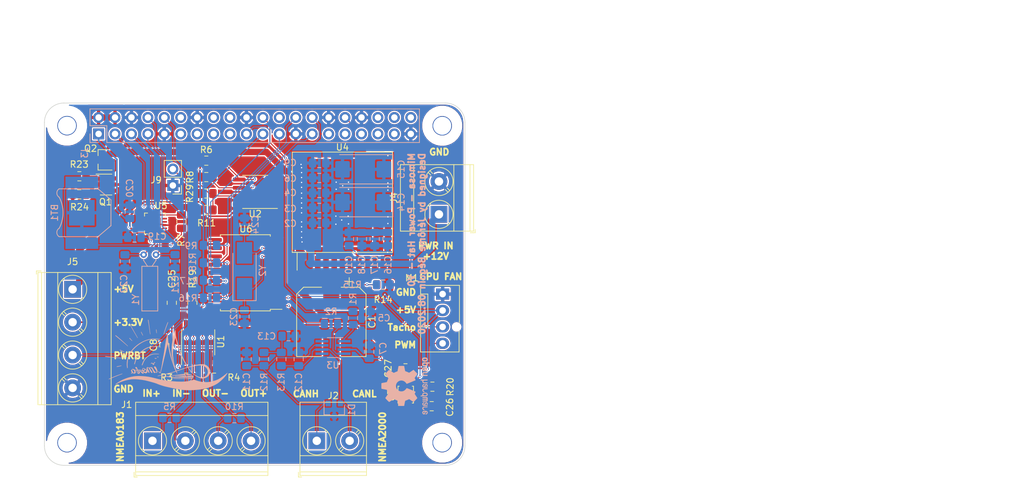
<source format=kicad_pcb>
(kicad_pcb (version 20171130) (host pcbnew "(5.1.5-0-10_14)")
  (layers (0 F.Cu signal) (31 B.Cu signal) (34 B.Paste user) (35 F.Paste user) (36 B.SilkS user) (37 F.SilkS user) (38 B.Mask user) (39 F.Mask user) (44 Edge.Cuts user))
  (net 0 "")
  (net 1 GND)
  (net 2 /ID_SD_EEPROM)
  (net 3 /ID_SC_EEPROM)
  (net 4 "Net-(Q1-Pad1)")
  (net 5 "Net-(Q2-Pad1)")
  (net 6 "Net-(J9-Pad2)")
  (net 7 +12V)
  (net 8 "Net-(C5-Pad2)")
  (net 9 +3V3)
  (net 10 "Net-(C10-Pad1)")
  (net 11 "Net-(C11-Pad1)")
  (net 12 "Net-(C12-Pad2)")
  (net 13 "Net-(C13-Pad2)")
  (net 14 +5V)
  (net 15 "Net-(J1-Pad4)")
  (net 16 "Net-(J1-Pad3)")
  (net 17 "Net-(J1-Pad2)")
  (net 18 "Net-(J1-Pad1)")
  (net 19 TX_CAN)
  (net 20 RX_CAN)
  (net 21 "Net-(R2-Pad1)")
  (net 22 TX_NMEA183)
  (net 23 "Net-(R3-Pad1)")
  (net 24 RX_NMEA183)
  (net 25 "Net-(R4-Pad1)")
  (net 26 "Net-(R14-Pad2)")
  (net 27 "Net-(R19-Pad1)")
  (net 28 /P5V)
  (net 29 "Net-(BT1-Pad1)")
  (net 30 "Net-(C19-Pad1)")
  (net 31 "Net-(C21-Pad2)")
  (net 32 "Net-(C22-Pad2)")
  (net 33 "Net-(C23-Pad1)")
  (net 34 "Net-(C24-Pad1)")
  (net 35 "/I2C-SDA-(GPIO2)")
  (net 36 "/I2C-SCL-(GPIO3)")
  (net 37 "/SPI-MOSI-(GPIO10)")
  (net 38 "/SPI-MISO-(GPIO9)")
  (net 39 "/SPI-CLK-(GPIO11)")
  (net 40 "/SPI-CS-(GPIO8)")
  (net 41 "Net-(R7-Pad2)")
  (net 42 "/FAN-RPM-(GPIO24)")
  (net 43 "/FAN-PWM-(GPIO12)")
  (net 44 "Net-(M1-Pad4)")
  (net 45 "Net-(M1-Pad3)")
  (net 46 "Net-(R20-Pad2)")
  (net 47 "/Power-Button-(GPIO4)")
  (module Symbol:OSHW-Logo2_9.8x8mm_SilkScreen (layer B.Cu) (at 134.35 104.55 270)
    (fp_text reference REF** hide)
    (fp_text value OSHW-Logo2_9.8x8mm_SilkScreen hide)
  )
  (module project_footprints:Mimosa-Logo (layer B.Cu) (at 98.1 102.2 180)
    (fp_text reference G*** hide)
    (fp_text value LOGO hide)
  )
  (module Capacitor_SMD:CP_Elec_10x12.5 (layer F.Cu) (at 122.9 94.65 270)
    (fp_text reference C1 (at 0 -6.3 270) (layer F.SilkS))
    (fp_text value 150uF)
    (pad 2 smd roundrect (at 4.2 0 270) (size 4.4 2.5) (layers F.Cu F.Paste F.Mask) (roundrect_rratio 0.1) (net 1 GND))
    (pad 1 smd roundrect (at -4.2 0 270) (size 4.4 2.5) (layers F.Cu F.Paste F.Mask) (roundrect_rratio 0.1) (net 7 +12V))
  )
  (module Package_SO:SOIC-8_3.9x4.9mm_P1.27mm (layer F.Cu) (at 111.125 74.549 180)
    (fp_text reference U2 (at 0 -3.4) (layer F.SilkS))
    (fp_text value CAT24C32)
    (pad 8 smd roundrect (at 2.475 -1.905 180) (size 1.95 0.6) (layers F.Cu F.Paste F.Mask) (net 9 +3V3))
    (pad 7 smd roundrect (at 2.475 -0.635 180) (size 1.95 0.6) (layers F.Cu F.Paste F.Mask) (net 6 "Net-(J9-Pad2)"))
    (pad 6 smd roundrect (at 2.475 0.635 180) (size 1.95 0.6) (layers F.Cu F.Paste F.Mask) (net 3 /ID_SC_EEPROM))
    (pad 5 smd roundrect (at 2.475 1.905 180) (size 1.95 0.6) (layers F.Cu F.Paste F.Mask) (net 2 /ID_SD_EEPROM))
    (pad 4 smd roundrect (at -2.475 1.905 180) (size 1.95 0.6) (layers F.Cu F.Paste F.Mask) (net 1 GND))
    (pad 3 smd roundrect (at -2.475 0.635 180) (size 1.95 0.6) (layers F.Cu F.Paste F.Mask) (net 1 GND))
    (pad 2 smd roundrect (at -2.475 -0.635 180) (size 1.95 0.6) (layers F.Cu F.Paste F.Mask) (net 1 GND))
    (pad 1 smd roundrect (at -2.475 -1.905 180) (size 1.95 0.6) (layers F.Cu F.Paste F.Mask) (net 1 GND))
  )
  (module TerminalBlock_Phoenix:TerminalBlock_Phoenix_MKDS-3-4-5.08_1x04_P5.08mm_Horizontal (layer F.Cu) (at 82.9056 89.6112 270)
    (fp_text reference J5 (at -4.2612 0.0056 180) (layer F.SilkS))
    (fp_text value Screw_Terminal_01x04)
    (pad 4 thru_hole circle (at 15.24 0 270) (size 2.6 2.6) (drill 1.3) (layers *.Cu *.Mask) (net 1 GND))
    (pad 3 thru_hole circle (at 10.16 0 270) (size 2.6 2.6) (drill 1.3) (layers *.Cu *.Mask) (net 47 "/Power-Button-(GPIO4)"))
    (pad 2 thru_hole circle (at 5.08 0 270) (size 2.6 2.6) (drill 1.3) (layers *.Cu *.Mask) (net 9 +3V3))
    (pad 1 thru_hole rect (at 0 0 270) (size 2.6 2.6) (drill 1.3) (layers *.Cu *.Mask) (net 14 +5V))
  )
  (module TerminalBlock_Phoenix:TerminalBlock_Phoenix_MKDS-3-2-5.08_1x02_P5.08mm_Horizontal (layer F.Cu) (at 139.53236 78.02372 90)
    (fp_text reference J4 (at 2.54 -6.96 90) (layer F.SilkS))
    (fp_text value Screw_Terminal_01x02)
    (pad 2 thru_hole circle (at 5.08 0 90) (size 2.6 2.6) (drill 1.3) (layers *.Cu *.Mask) (net 1 GND))
    (pad 1 thru_hole rect (at 0 0 90) (size 2.6 2.6) (drill 1.3) (layers *.Cu *.Mask) (net 7 +12V))
  )
  (module TerminalBlock_Phoenix:TerminalBlock_Phoenix_MKDS-3-2-5.08_1x02_P5.08mm_Horizontal (layer F.Cu) (at 120.65 113.03)
    (fp_text reference J2 (at 2.54 -6.96) (layer F.SilkS))
    (fp_text value Screw_Terminal_01x02)
    (pad 2 thru_hole circle (at 5.08 0) (size 2.6 2.6) (drill 1.3) (layers *.Cu *.Mask) (net 12 "Net-(C12-Pad2)"))
    (pad 1 thru_hole rect (at 0 0) (size 2.6 2.6) (drill 1.3) (layers *.Cu *.Mask) (net 11 "Net-(C11-Pad1)"))
  )
  (module TerminalBlock_Phoenix:TerminalBlock_Phoenix_MKDS-3-4-5.08_1x04_P5.08mm_Horizontal (layer F.Cu) (at 95.25 113.03)
    (fp_text reference J1 (at -3.9878 -5.59054) (layer F.SilkS))
    (fp_text value Screw_Terminal_01x04)
    (pad 4 thru_hole circle (at 15.24 0) (size 2.6 2.6) (drill 1.3) (layers *.Cu *.Mask) (net 15 "Net-(J1-Pad4)"))
    (pad 3 thru_hole circle (at 10.16 0) (size 2.6 2.6) (drill 1.3) (layers *.Cu *.Mask) (net 16 "Net-(J1-Pad3)"))
    (pad 2 thru_hole circle (at 5.08 0) (size 2.6 2.6) (drill 1.3) (layers *.Cu *.Mask) (net 17 "Net-(J1-Pad2)"))
    (pad 1 thru_hole rect (at 0 0) (size 2.6 2.6) (drill 1.3) (layers *.Cu *.Mask) (net 18 "Net-(J1-Pad1)"))
  )
  (module Crystal:Crystal_C26-LF_D2.1mm_L6.5mm_Horizontal (layer B.Cu) (at 95.7834 84.2518 180)
    (fp_text reference Y1 (at 3.12928 -6.985 270) (layer B.SilkS) (effects (justify mirror)))
    (fp_text value "32.768 kHz")
    (pad 2 thru_hole circle (at 1.9 0 180) (size 1 1) (drill 0.5) (layers *.Cu *.Mask) (net 32 "Net-(C22-Pad2)"))
    (pad 1 thru_hole circle (at 0 0 180) (size 1 1) (drill 0.5) (layers *.Cu *.Mask) (net 31 "Net-(C21-Pad2)"))
  )
  (module Package_SO:VSSOP-8_2.4x2.1mm_P0.5mm (layer F.Cu) (at 134.39902 105.89006 90)
    (fp_text reference U7 (at -0.04064 -2.25044 90) (layer F.SilkS))
    (fp_text value TXB0102DCU)
    (pad 8 smd rect (at 1.55 -0.75 90) (size 0.75 0.25) (layers F.Cu F.Paste F.Mask) (net 45 "Net-(M1-Pad3)"))
    (pad 7 smd rect (at 1.55 -0.25 90) (size 0.75 0.25) (layers F.Cu F.Paste F.Mask) (net 14 +5V))
    (pad 6 smd rect (at 1.55 0.25 90) (size 0.75 0.25) (layers F.Cu F.Paste F.Mask) (net 46 "Net-(R20-Pad2)"))
    (pad 5 smd rect (at 1.55 0.75 90) (size 0.75 0.25) (layers F.Cu F.Paste F.Mask) (net 42 "/FAN-RPM-(GPIO24)"))
    (pad 4 smd rect (at -1.55 0.75 90) (size 0.75 0.25) (layers F.Cu F.Paste F.Mask) (net 43 "/FAN-PWM-(GPIO12)"))
    (pad 3 smd rect (at -1.55 0.25 90) (size 0.75 0.25) (layers F.Cu F.Paste F.Mask) (net 9 +3V3))
    (pad 2 smd rect (at -1.55 -0.25 90) (size 0.75 0.25) (layers F.Cu F.Paste F.Mask) (net 1 GND))
    (pad 1 smd rect (at -1.55 -0.75 90) (size 0.75 0.25) (layers F.Cu F.Paste F.Mask) (net 44 "Net-(M1-Pad4)"))
  )
  (module Resistor_SMD:R_0805_2012Metric_Pad1.15x1.40mm_HandSolder (layer F.Cu) (at 138.5189 104.6607 180)
    (fp_text reference R20 (at -2.7559 -0.01016 90) (layer F.SilkS))
    (fp_text value 1k)
    (pad 2 smd roundrect (at 1.025 0 180) (size 1.15 1.4) (layers F.Cu F.Paste F.Mask) (roundrect_rratio 0.217391) (net 46 "Net-(R20-Pad2)"))
    (pad 1 smd roundrect (at -1.025 0 180) (size 1.15 1.4) (layers F.Cu F.Paste F.Mask) (roundrect_rratio 0.217391) (net 1 GND))
  )
  (module Capacitor_SMD:C_0805_2012Metric_Pad1.15x1.40mm_HandSolder (layer F.Cu) (at 134.35584 101.82606 180)
    (fp_text reference C27 (at 2.66954 -0.0127 90) (layer F.SilkS))
    (fp_text value 100nF)
    (pad 2 smd roundrect (at 1.025 0 180) (size 1.15 1.4) (layers F.Cu F.Paste F.Mask) (roundrect_rratio 0.217391) (net 1 GND))
    (pad 1 smd roundrect (at -1.025 0 180) (size 1.15 1.4) (layers F.Cu F.Paste F.Mask) (roundrect_rratio 0.217391) (net 14 +5V))
  )
  (module Capacitor_SMD:C_0805_2012Metric_Pad1.15x1.40mm_HandSolder (layer F.Cu) (at 138.41222 107.68076 180)
    (fp_text reference C26 (at -2.79908 -0.16002 90) (layer F.SilkS))
    (fp_text value 100nF)
    (pad 2 smd roundrect (at 1.025 0 180) (size 1.15 1.4) (layers F.Cu F.Paste F.Mask) (roundrect_rratio 0.217391) (net 9 +3V3))
    (pad 1 smd roundrect (at -1.025 0 180) (size 1.15 1.4) (layers F.Cu F.Paste F.Mask) (roundrect_rratio 0.217391) (net 1 GND))
  )
  (module Resistor_SMD:R_0805_2012Metric_Pad1.15x1.40mm_HandSolder (layer F.Cu) (at 103.5685 77.343 180)
    (fp_text reference R11 (at -0.04318 -2.02946) (layer F.SilkS))
    (fp_text value DNP)
    (pad 2 smd roundrect (at 1.025 0 180) (size 1.15 1.4) (layers F.Cu F.Paste F.Mask) (roundrect_rratio 0.217391) (net 1 GND))
    (pad 1 smd roundrect (at -1.025 0 180) (size 1.15 1.4) (layers F.Cu F.Paste F.Mask) (roundrect_rratio 0.217391) (net 6 "Net-(J9-Pad2)"))
  )
  (module Package_SO:SOIC-8_3.9x4.9mm_P1.27mm (layer F.Cu) (at 102.31374 97.81032 90)
    (fp_text reference U1 (at 0.09144 3.50266 90) (layer F.SilkS))
    (fp_text value ADM3490ExR)
    (pad 8 smd roundrect (at 2.475 -1.905 90) (size 1.95 0.6) (layers F.Cu F.Paste F.Mask) (net 18 "Net-(J1-Pad1)"))
    (pad 7 smd roundrect (at 2.475 -0.635 90) (size 1.95 0.6) (layers F.Cu F.Paste F.Mask) (net 17 "Net-(J1-Pad2)"))
    (pad 6 smd roundrect (at 2.475 0.635 90) (size 1.95 0.6) (layers F.Cu F.Paste F.Mask) (net 16 "Net-(J1-Pad3)"))
    (pad 5 smd roundrect (at 2.475 1.905 90) (size 1.95 0.6) (layers F.Cu F.Paste F.Mask) (net 15 "Net-(J1-Pad4)"))
    (pad 4 smd roundrect (at -2.475 1.905 90) (size 1.95 0.6) (layers F.Cu F.Paste F.Mask) (net 1 GND))
    (pad 3 smd roundrect (at -2.475 0.635 90) (size 1.95 0.6) (layers F.Cu F.Paste F.Mask) (net 25 "Net-(R4-Pad1)"))
    (pad 2 smd roundrect (at -2.475 -0.635 90) (size 1.95 0.6) (layers F.Cu F.Paste F.Mask) (net 23 "Net-(R3-Pad1)"))
    (pad 1 smd roundrect (at -2.475 -1.905 90) (size 1.95 0.6) (layers F.Cu F.Paste F.Mask) (net 9 +3V3))
  )
  (module Package_TO_SOT_SMD:SOT-23 (layer B.Cu) (at 123.35 108.25 270)
    (fp_text reference D1 (at 0 -2.7 270) (layer B.SilkS) (effects (justify mirror)))
    (fp_text value D_TVS_x2_AAC)
    (pad 3 smd rect (at 1 0 270) (size 0.9 0.8) (layers B.Cu B.Paste B.Mask) (net 1 GND))
    (pad 2 smd rect (at -1 -0.95 270) (size 0.9 0.8) (layers B.Cu B.Paste B.Mask) (net 12 "Net-(C12-Pad2)"))
    (pad 1 smd rect (at -1 0.95 270) (size 0.9 0.8) (layers B.Cu B.Paste B.Mask) (net 11 "Net-(C11-Pad1)"))
  )
  (module Resistor_SMD:R_0805_2012Metric_Pad1.15x1.40mm_HandSolder (layer F.Cu) (at 103.5685 74.803)
    (fp_text reference R29 (at -2.55778 0.00254 90) (layer F.SilkS))
    (fp_text value 10K)
    (pad 2 smd roundrect (at 1.025 0) (size 1.15 1.4) (layers F.Cu F.Paste F.Mask) (roundrect_rratio 0.217391) (net 6 "Net-(J9-Pad2)"))
    (pad 1 smd roundrect (at -1.025 0) (size 1.15 1.4) (layers F.Cu F.Paste F.Mask) (roundrect_rratio 0.217391) (net 9 +3V3))
  )
  (module Resistor_SMD:R_0805_2012Metric_Pad1.15x1.40mm_HandSolder (layer F.Cu) (at 83.947 74.93 180)
    (fp_text reference R24 (at -0.03048 -1.96342) (layer F.SilkS))
    (fp_text value 47K)
    (pad 2 smd roundrect (at 1.025 0 180) (size 1.15 1.4) (layers F.Cu F.Paste F.Mask) (roundrect_rratio 0.217391) (net 1 GND))
    (pad 1 smd roundrect (at -1.025 0 180) (size 1.15 1.4) (layers F.Cu F.Paste F.Mask) (roundrect_rratio 0.217391) (net 4 "Net-(Q1-Pad1)"))
  )
  (module Resistor_SMD:R_0805_2012Metric_Pad1.15x1.40mm_HandSolder (layer F.Cu) (at 83.947 72.136 180)
    (fp_text reference R23 (at 0.0254 1.83896) (layer F.SilkS))
    (fp_text value 10K)
    (pad 2 smd roundrect (at 1.025 0 180) (size 1.15 1.4) (layers F.Cu F.Paste F.Mask) (roundrect_rratio 0.217391) (net 1 GND))
    (pad 1 smd roundrect (at -1.025 0 180) (size 1.15 1.4) (layers F.Cu F.Paste F.Mask) (roundrect_rratio 0.217391) (net 5 "Net-(Q2-Pad1)"))
  )
  (module Resistor_SMD:R_0805_2012Metric_Pad1.15x1.40mm_HandSolder (layer F.Cu) (at 101.4095 91.694 270)
    (fp_text reference R19 (at -3.694 -0.0405 270) (layer F.SilkS))
    (fp_text value 10k)
    (pad 2 smd roundrect (at 1.025 0 270) (size 1.15 1.4) (layers F.Cu F.Paste F.Mask) (roundrect_rratio 0.217391) (net 9 +3V3))
    (pad 1 smd roundrect (at -1.025 0 270) (size 1.15 1.4) (layers F.Cu F.Paste F.Mask) (roundrect_rratio 0.217391) (net 27 "Net-(R19-Pad1)"))
  )
  (module Resistor_SMD:R_0805_2012Metric_Pad1.15x1.40mm_HandSolder (layer B.Cu) (at 104.14 85.513333 180)
    (fp_text reference R18 (at 2.66954 0.105833 90) (layer B.SilkS) (effects (justify mirror)))
    (fp_text value 10k)
    (pad 2 smd roundrect (at 1.025 0 180) (size 1.15 1.4) (layers B.Cu B.Paste B.Mask) (roundrect_rratio 0.217391) (net 9 +3V3))
    (pad 1 smd roundrect (at -1.025 0 180) (size 1.15 1.4) (layers B.Cu B.Paste B.Mask) (roundrect_rratio 0.217391) (net 37 "/SPI-MOSI-(GPIO10)"))
  )
  (module Resistor_SMD:R_0805_2012Metric_Pad1.15x1.40mm_HandSolder (layer B.Cu) (at 104.14 88.222666 180)
    (fp_text reference R17 (at 3.2512 -0.098214) (layer B.SilkS) (effects (justify mirror)))
    (fp_text value 10k)
    (pad 2 smd roundrect (at 1.025 0 180) (size 1.15 1.4) (layers B.Cu B.Paste B.Mask) (roundrect_rratio 0.217391) (net 9 +3V3))
    (pad 1 smd roundrect (at -1.025 0 180) (size 1.15 1.4) (layers B.Cu B.Paste B.Mask) (roundrect_rratio 0.217391) (net 38 "/SPI-MISO-(GPIO9)"))
  )
  (module Resistor_SMD:R_0805_2012Metric_Pad1.15x1.40mm_HandSolder (layer B.Cu) (at 104.14 90.932 180)
    (fp_text reference R16 (at 3.39852 -0.04826) (layer B.SilkS) (effects (justify mirror)))
    (fp_text value 10k)
    (pad 2 smd roundrect (at 1.025 0 180) (size 1.15 1.4) (layers B.Cu B.Paste B.Mask) (roundrect_rratio 0.217391) (net 9 +3V3))
    (pad 1 smd roundrect (at -1.025 0 180) (size 1.15 1.4) (layers B.Cu B.Paste B.Mask) (roundrect_rratio 0.217391) (net 40 "/SPI-CS-(GPIO8)"))
  )
  (module Resistor_SMD:R_0805_2012Metric_Pad1.15x1.40mm_HandSolder (layer B.Cu) (at 130.9 88.9)
    (fp_text reference R15 (at -4.75 0) (layer B.SilkS) (effects (justify mirror)))
    (fp_text value 1.5k)
    (pad 2 smd roundrect (at 1.025 0) (size 1.15 1.4) (layers B.Cu B.Paste B.Mask) (roundrect_rratio 0.217391) (net 1 GND))
    (pad 1 smd roundrect (at -1.025 0) (size 1.15 1.4) (layers B.Cu B.Paste B.Mask) (roundrect_rratio 0.217391) (net 26 "Net-(R14-Pad2)"))
  )
  (module Resistor_SMD:R_0805_2012Metric_Pad1.15x1.40mm_HandSolder (layer F.Cu) (at 130.95 88.9 180)
    (fp_text reference R14 (at 0.04 -2.3) (layer F.SilkS))
    (fp_text value 8k)
    (pad 2 smd roundrect (at 1.025 0 180) (size 1.15 1.4) (layers F.Cu F.Paste F.Mask) (roundrect_rratio 0.217391) (net 26 "Net-(R14-Pad2)"))
    (pad 1 smd roundrect (at -1.025 0 180) (size 1.15 1.4) (layers F.Cu F.Paste F.Mask) (roundrect_rratio 0.217391) (net 14 +5V))
  )
  (module Resistor_SMD:R_0805_2012Metric_Pad1.15x1.40mm_HandSolder (layer B.Cu) (at 115.166666 100.4 270)
    (fp_text reference R13 (at 3.55 0.016666 90) (layer B.SilkS) (effects (justify mirror)))
    (fp_text value 60R)
    (pad 2 smd roundrect (at 1.025 0 270) (size 1.15 1.4) (layers B.Cu B.Paste B.Mask) (roundrect_rratio 0.217391) (net 12 "Net-(C12-Pad2)"))
    (pad 1 smd roundrect (at -1.025 0 270) (size 1.15 1.4) (layers B.Cu B.Paste B.Mask) (roundrect_rratio 0.217391) (net 13 "Net-(C13-Pad2)"))
  )
  (module Resistor_SMD:R_0805_2012Metric_Pad1.15x1.40mm_HandSolder (layer B.Cu) (at 112.483333 100.4 270)
    (fp_text reference R12 (at 3.55 -0.016667 270) (layer B.SilkS) (effects (justify mirror)))
    (fp_text value 60R)
    (pad 2 smd roundrect (at 1.025 0 270) (size 1.15 1.4) (layers B.Cu B.Paste B.Mask) (roundrect_rratio 0.217391) (net 11 "Net-(C11-Pad1)"))
    (pad 1 smd roundrect (at -1.025 0 270) (size 1.15 1.4) (layers B.Cu B.Paste B.Mask) (roundrect_rratio 0.217391) (net 13 "Net-(C13-Pad2)"))
  )
  (module Resistor_SMD:R_0805_2012Metric_Pad1.15x1.40mm_HandSolder (layer B.Cu) (at 107.9103 109.52988)
    (fp_text reference R10 (at -0.0103 -1.77988) (layer B.SilkS) (effects (justify mirror)))
    (fp_text value R_Small)
    (pad 2 smd roundrect (at 1.025 0) (size 1.15 1.4) (layers B.Cu B.Paste B.Mask) (roundrect_rratio 0.217391) (net 15 "Net-(J1-Pad4)"))
    (pad 1 smd roundrect (at -1.025 0) (size 1.15 1.4) (layers B.Cu B.Paste B.Mask) (roundrect_rratio 0.217391) (net 16 "Net-(J1-Pad3)"))
  )
  (module Resistor_SMD:R_0805_2012Metric_Pad1.15x1.40mm_HandSolder (layer B.Cu) (at 104.14 82.804 180)
    (fp_text reference R9 (at 2.92354 -0.0889) (layer B.SilkS) (effects (justify mirror)))
    (fp_text value NC)
    (pad 2 smd roundrect (at 1.025 0 180) (size 1.15 1.4) (layers B.Cu B.Paste B.Mask) (roundrect_rratio 0.217391) (net 9 +3V3))
    (pad 1 smd roundrect (at -1.025 0 180) (size 1.15 1.4) (layers B.Cu B.Paste B.Mask) (roundrect_rratio 0.217391) (net 39 "/SPI-CLK-(GPIO11)"))
  )
  (module Resistor_SMD:R_0805_2012Metric_Pad1.15x1.40mm_HandSolder (layer F.Cu) (at 103.5685 72.263)
    (fp_text reference R8 (at -2.51206 -0.00254 90) (layer F.SilkS))
    (fp_text value 3.9K)
    (pad 2 smd roundrect (at 1.025 0) (size 1.15 1.4) (layers F.Cu F.Paste F.Mask) (roundrect_rratio 0.217391) (net 3 /ID_SC_EEPROM))
    (pad 1 smd roundrect (at -1.025 0) (size 1.15 1.4) (layers F.Cu F.Paste F.Mask) (roundrect_rratio 0.217391) (net 9 +3V3))
  )
  (module Resistor_SMD:R_0805_2012Metric_Pad1.15x1.40mm_HandSolder (layer F.Cu) (at 99.7204 79.1464 90)
    (fp_text reference R7 (at -2.90068 -0.01778 90) (layer F.SilkS))
    (fp_text value TBD)
    (pad 2 smd roundrect (at 1.025 0 90) (size 1.15 1.4) (layers F.Cu F.Paste F.Mask) (roundrect_rratio 0.217391) (net 41 "Net-(R7-Pad2)"))
    (pad 1 smd roundrect (at -1.025 0 90) (size 1.15 1.4) (layers F.Cu F.Paste F.Mask) (roundrect_rratio 0.217391) (net 29 "Net-(BT1-Pad1)"))
  )
  (module Resistor_SMD:R_0805_2012Metric_Pad1.15x1.40mm_HandSolder (layer F.Cu) (at 103.5685 69.723)
    (fp_text reference R6 (at 0.00508 -1.6891) (layer F.SilkS))
    (fp_text value 3.9K)
    (pad 2 smd roundrect (at 1.025 0) (size 1.15 1.4) (layers F.Cu F.Paste F.Mask) (roundrect_rratio 0.217391) (net 2 /ID_SD_EEPROM))
    (pad 1 smd roundrect (at -1.025 0) (size 1.15 1.4) (layers F.Cu F.Paste F.Mask) (roundrect_rratio 0.217391) (net 9 +3V3))
  )
  (module Resistor_SMD:R_0805_2012Metric_Pad1.15x1.40mm_HandSolder (layer B.Cu) (at 97.88238 109.47908)
    (fp_text reference R5 (at 0 -1.72908) (layer B.SilkS) (effects (justify mirror)))
    (fp_text value R_Small)
    (pad 2 smd roundrect (at 1.025 0) (size 1.15 1.4) (layers B.Cu B.Paste B.Mask) (roundrect_rratio 0.217391) (net 17 "Net-(J1-Pad2)"))
    (pad 1 smd roundrect (at -1.025 0) (size 1.15 1.4) (layers B.Cu B.Paste B.Mask) (roundrect_rratio 0.217391) (net 18 "Net-(J1-Pad1)"))
  )
  (module Resistor_SMD:R_0805_2012Metric_Pad1.15x1.40mm_HandSolder (layer F.Cu) (at 104.76622 103.2764)
    (fp_text reference R4 (at 3.06324 -0.04064) (layer F.SilkS))
    (fp_text value R)
    (pad 2 smd roundrect (at 1.025 0) (size 1.15 1.4) (layers F.Cu F.Paste F.Mask) (roundrect_rratio 0.217391) (net 24 RX_NMEA183))
    (pad 1 smd roundrect (at -1.025 0) (size 1.15 1.4) (layers F.Cu F.Paste F.Mask) (roundrect_rratio 0.217391) (net 25 "Net-(R4-Pad1)"))
  )
  (module Resistor_SMD:R_0805_2012Metric_Pad1.15x1.40mm_HandSolder (layer F.Cu) (at 100.47224 103.2764 180)
    (fp_text reference R3 (at 3.0353 0.04064) (layer F.SilkS))
    (fp_text value R)
    (pad 2 smd roundrect (at 1.025 0 180) (size 1.15 1.4) (layers F.Cu F.Paste F.Mask) (roundrect_rratio 0.217391) (net 22 TX_NMEA183))
    (pad 1 smd roundrect (at -1.025 0 180) (size 1.15 1.4) (layers F.Cu F.Paste F.Mask) (roundrect_rratio 0.217391) (net 23 "Net-(R3-Pad1)"))
  )
  (module Resistor_SMD:R_0805_2012Metric_Pad1.15x1.40mm_HandSolder (layer B.Cu) (at 122.85 94.95 180)
    (fp_text reference R2 (at 0.00254 1.9 180) (layer B.SilkS) (effects (justify mirror)))
    (fp_text value R)
    (pad 2 smd roundrect (at 1.025 0 180) (size 1.15 1.4) (layers B.Cu B.Paste B.Mask) (roundrect_rratio 0.217391) (net 20 RX_CAN))
    (pad 1 smd roundrect (at -1.025 0 180) (size 1.15 1.4) (layers B.Cu B.Paste B.Mask) (roundrect_rratio 0.217391) (net 21 "Net-(R2-Pad1)"))
  )
  (module Resistor_SMD:R_0805_2012Metric_Pad1.15x1.40mm_HandSolder (layer B.Cu) (at 126.25 94.05 90)
    (fp_text reference R1 (at 2.95 0 270) (layer B.SilkS) (effects (justify mirror)))
    (fp_text value R)
    (pad 2 smd roundrect (at 1.025 0 90) (size 1.15 1.4) (layers B.Cu B.Paste B.Mask) (roundrect_rratio 0.217391) (net 19 TX_CAN))
    (pad 1 smd roundrect (at -1.025 0 90) (size 1.15 1.4) (layers B.Cu B.Paste B.Mask) (roundrect_rratio 0.217391) (net 8 "Net-(C5-Pad2)"))
  )
  (module Capacitor_SMD:C_0805_2012Metric_Pad1.15x1.40mm_HandSolder (layer F.Cu) (at 98.2345 91.694 270)
    (fp_text reference C25 (at -3.694 -0.0155 90) (layer F.SilkS))
    (fp_text value 100nF)
    (pad 2 smd roundrect (at 1.025 0 270) (size 1.15 1.4) (layers F.Cu F.Paste F.Mask) (roundrect_rratio 0.217391) (net 9 +3V3))
    (pad 1 smd roundrect (at -1.025 0 270) (size 1.15 1.4) (layers F.Cu F.Paste F.Mask) (roundrect_rratio 0.217391) (net 1 GND))
  )
  (module Capacitor_SMD:C_0805_2012Metric_Pad1.15x1.40mm_HandSolder (layer B.Cu) (at 109.474 79.629 90)
    (fp_text reference C24 (at 0 1.65 90) (layer B.SilkS) (effects (justify mirror)))
    (fp_text value 30pF)
    (pad 2 smd roundrect (at 1.025 0 90) (size 1.15 1.4) (layers B.Cu B.Paste B.Mask) (roundrect_rratio 0.217391) (net 1 GND))
    (pad 1 smd roundrect (at -1.025 0 90) (size 1.15 1.4) (layers B.Cu B.Paste B.Mask) (roundrect_rratio 0.217391) (net 34 "Net-(C24-Pad1)"))
  )
  (module Capacitor_SMD:C_0805_2012Metric_Pad1.15x1.40mm_HandSolder (layer B.Cu) (at 109.474 93.853 270)
    (fp_text reference C23 (at 0 1.65 90) (layer B.SilkS) (effects (justify mirror)))
    (fp_text value 30pF)
    (pad 2 smd roundrect (at 1.025 0 270) (size 1.15 1.4) (layers B.Cu B.Paste B.Mask) (roundrect_rratio 0.217391) (net 1 GND))
    (pad 1 smd roundrect (at -1.025 0 270) (size 1.15 1.4) (layers B.Cu B.Paste B.Mask) (roundrect_rratio 0.217391) (net 33 "Net-(C23-Pad1)"))
  )
  (module Capacitor_SMD:C_0805_2012Metric_Pad1.15x1.40mm_HandSolder (layer B.Cu) (at 90.9828 85.2932 90)
    (fp_text reference C22 (at -3.46456 -0.14986 90) (layer B.SilkS) (effects (justify mirror)))
    (fp_text value nc)
    (pad 2 smd roundrect (at 1.025 0 90) (size 1.15 1.4) (layers B.Cu B.Paste B.Mask) (roundrect_rratio 0.217391) (net 32 "Net-(C22-Pad2)"))
    (pad 1 smd roundrect (at -1.025 0 90) (size 1.15 1.4) (layers B.Cu B.Paste B.Mask) (roundrect_rratio 0.217391) (net 1 GND))
  )
  (module Capacitor_SMD:C_0805_2012Metric_Pad1.15x1.40mm_HandSolder (layer B.Cu) (at 98.7298 85.2768 90)
    (fp_text reference C21 (at -3.59018 0.04572 90) (layer B.SilkS) (effects (justify mirror)))
    (fp_text value nc)
    (pad 2 smd roundrect (at 1.025 0 90) (size 1.15 1.4) (layers B.Cu B.Paste B.Mask) (roundrect_rratio 0.217391) (net 31 "Net-(C21-Pad2)"))
    (pad 1 smd roundrect (at -1.025 0 90) (size 1.15 1.4) (layers B.Cu B.Paste B.Mask) (roundrect_rratio 0.217391) (net 1 GND))
  )
  (module Capacitor_SMD:C_0805_2012Metric_Pad1.15x1.40mm_HandSolder (layer B.Cu) (at 91.7448 77.6224 270)
    (fp_text reference C20 (at -3.65506 0 90) (layer B.SilkS) (effects (justify mirror)))
    (fp_text value 100nF)
    (pad 2 smd roundrect (at 1.025 0 270) (size 1.15 1.4) (layers B.Cu B.Paste B.Mask) (roundrect_rratio 0.217391) (net 9 +3V3))
    (pad 1 smd roundrect (at -1.025 0 270) (size 1.15 1.4) (layers B.Cu B.Paste B.Mask) (roundrect_rratio 0.217391) (net 1 GND))
  )
  (module Capacitor_SMD:C_0805_2012Metric_Pad1.15x1.40mm_HandSolder (layer B.Cu) (at 92.456 81.5975 180)
    (fp_text reference C19 (at -3.51536 0.16256) (layer B.SilkS) (effects (justify mirror)))
    (fp_text value 47pF)
    (pad 2 smd roundrect (at 1.025 0 180) (size 1.15 1.4) (layers B.Cu B.Paste B.Mask) (roundrect_rratio 0.217391) (net 1 GND))
    (pad 1 smd roundrect (at -1.025 0 180) (size 1.15 1.4) (layers B.Cu B.Paste B.Mask) (roundrect_rratio 0.217391) (net 30 "Net-(C19-Pad1)"))
  )
  (module Capacitor_SMD:C_0805_2012Metric_Pad1.15x1.40mm_HandSolder (layer B.Cu) (at 127.61722 81.84258 90)
    (fp_text reference C18 (at -4.00396 -0.01524 90) (layer B.SilkS) (effects (justify mirror)))
    (fp_text value 47nF)
    (pad 2 smd roundrect (at 1.025 0 90) (size 1.15 1.4) (layers B.Cu B.Paste B.Mask) (roundrect_rratio 0.217391) (net 1 GND))
    (pad 1 smd roundrect (at -1.025 0 90) (size 1.15 1.4) (layers B.Cu B.Paste B.Mask) (roundrect_rratio 0.217391) (net 14 +5V))
  )
  (module Capacitor_SMD:C_0805_2012Metric_Pad1.15x1.40mm_HandSolder (layer B.Cu) (at 129.59842 81.84258 90)
    (fp_text reference C17 (at -4.00396 -0.01778 90) (layer B.SilkS) (effects (justify mirror)))
    (fp_text value 47nF)
    (pad 2 smd roundrect (at 1.025 0 90) (size 1.15 1.4) (layers B.Cu B.Paste B.Mask) (roundrect_rratio 0.217391) (net 1 GND))
    (pad 1 smd roundrect (at -1.025 0 90) (size 1.15 1.4) (layers B.Cu B.Paste B.Mask) (roundrect_rratio 0.217391) (net 14 +5V))
  )
  (module Capacitor_SMD:C_0805_2012Metric_Pad1.15x1.40mm_HandSolder (layer B.Cu) (at 131.57962 81.84258 90)
    (fp_text reference C16 (at -4.00396 0.08128 90) (layer B.SilkS) (effects (justify mirror)))
    (fp_text value 47uF)
    (pad 2 smd roundrect (at 1.025 0 90) (size 1.15 1.4) (layers B.Cu B.Paste B.Mask) (roundrect_rratio 0.217391) (net 1 GND))
    (pad 1 smd roundrect (at -1.025 0 90) (size 1.15 1.4) (layers B.Cu B.Paste B.Mask) (roundrect_rratio 0.217391) (net 14 +5V))
  )
  (module Capacitor_SMD:C_0805_2012Metric_Pad1.15x1.40mm_HandSolder (layer B.Cu) (at 116.3 96.85 180)
    (fp_text reference C13 (at 3.41376 -0.0127 180) (layer B.SilkS) (effects (justify mirror)))
    (fp_text value C)
    (pad 2 smd roundrect (at 1.025 0 180) (size 1.15 1.4) (layers B.Cu B.Paste B.Mask) (roundrect_rratio 0.217391) (net 13 "Net-(C13-Pad2)"))
    (pad 1 smd roundrect (at -1.025 0 180) (size 1.15 1.4) (layers B.Cu B.Paste B.Mask) (roundrect_rratio 0.217391) (net 1 GND))
  )
  (module Capacitor_SMD:C_0805_2012Metric_Pad1.15x1.40mm_HandSolder (layer B.Cu) (at 117.85 100.4 270)
    (fp_text reference C12 (at 3.55 0 90) (layer B.SilkS) (effects (justify mirror)))
    (fp_text value C)
    (pad 2 smd roundrect (at 1.025 0 270) (size 1.15 1.4) (layers B.Cu B.Paste B.Mask) (roundrect_rratio 0.217391) (net 12 "Net-(C12-Pad2)"))
    (pad 1 smd roundrect (at -1.025 0 270) (size 1.15 1.4) (layers B.Cu B.Paste B.Mask) (roundrect_rratio 0.217391) (net 1 GND))
  )
  (module Capacitor_SMD:C_0805_2012Metric_Pad1.15x1.40mm_HandSolder (layer B.Cu) (at 109.8 100.4 90)
    (fp_text reference C11 (at -3.55 0 270) (layer B.SilkS) (effects (justify mirror)))
    (fp_text value C)
    (pad 2 smd roundrect (at 1.025 0 90) (size 1.15 1.4) (layers B.Cu B.Paste B.Mask) (roundrect_rratio 0.217391) (net 1 GND))
    (pad 1 smd roundrect (at -1.025 0 90) (size 1.15 1.4) (layers B.Cu B.Paste B.Mask) (roundrect_rratio 0.217391) (net 11 "Net-(C11-Pad1)"))
  )
  (module Capacitor_SMD:C_0805_2012Metric_Pad1.15x1.40mm_HandSolder (layer B.Cu) (at 125.63602 81.84258 90)
    (fp_text reference C10 (at -4.00396 -0.04826 90) (layer B.SilkS) (effects (justify mirror)))
    (fp_text value 470nF)
    (pad 2 smd roundrect (at 1.025 0 90) (size 1.15 1.4) (layers B.Cu B.Paste B.Mask) (roundrect_rratio 0.217391) (net 1 GND))
    (pad 1 smd roundrect (at -1.025 0 90) (size 1.15 1.4) (layers B.Cu B.Paste B.Mask) (roundrect_rratio 0.217391) (net 10 "Net-(C10-Pad1)"))
  )
  (module Capacitor_SMD:C_0805_2012Metric_Pad1.15x1.40mm_HandSolder (layer B.Cu) (at 121.01736 70.08622)
    (fp_text reference C9 (at -4.45422 -0.0381) (layer B.SilkS) (effects (justify mirror)))
    (fp_text value 47nF)
    (pad 2 smd roundrect (at 1.025 0) (size 1.15 1.4) (layers B.Cu B.Paste B.Mask) (roundrect_rratio 0.217391) (net 1 GND))
    (pad 1 smd roundrect (at -1.025 0) (size 1.15 1.4) (layers B.Cu B.Paste B.Mask) (roundrect_rratio 0.217391) (net 7 +12V))
  )
  (module Capacitor_SMD:C_0805_2012Metric_Pad1.15x1.40mm_HandSolder (layer F.Cu) (at 97.07626 98.24466 90)
    (fp_text reference C8 (at 0 -1.65 90) (layer F.SilkS))
    (fp_text value 100nF)
    (pad 2 smd roundrect (at 1.025 0 90) (size 1.15 1.4) (layers F.Cu F.Paste F.Mask) (roundrect_rratio 0.217391) (net 1 GND))
    (pad 1 smd roundrect (at -1.025 0 90) (size 1.15 1.4) (layers F.Cu F.Paste F.Mask) (roundrect_rratio 0.217391) (net 9 +3V3))
  )
  (module Capacitor_SMD:C_0805_2012Metric_Pad1.15x1.40mm_HandSolder (layer B.Cu) (at 128.75 99.25 270)
    (fp_text reference C7 (at -0.5 -2.15 270) (layer B.SilkS) (effects (justify mirror)))
    (fp_text value 100nF)
    (pad 2 smd roundrect (at 1.025 0 270) (size 1.15 1.4) (layers B.Cu B.Paste B.Mask) (roundrect_rratio 0.217391) (net 9 +3V3))
    (pad 1 smd roundrect (at -1.025 0 270) (size 1.15 1.4) (layers B.Cu B.Paste B.Mask) (roundrect_rratio 0.217391) (net 1 GND))
  )
  (module Capacitor_SMD:C_0805_2012Metric_Pad1.15x1.40mm_HandSolder (layer B.Cu) (at 121.01736 72.40016)
    (fp_text reference C6 (at -4.45422 0.07874) (layer B.SilkS) (effects (justify mirror)))
    (fp_text value 47nF)
    (pad 2 smd roundrect (at 1.025 0) (size 1.15 1.4) (layers B.Cu B.Paste B.Mask) (roundrect_rratio 0.217391) (net 1 GND))
    (pad 1 smd roundrect (at -1.025 0) (size 1.15 1.4) (layers B.Cu B.Paste B.Mask) (roundrect_rratio 0.217391) (net 7 +12V))
  )
  (module Capacitor_SMD:C_0805_2012Metric_Pad1.15x1.40mm_HandSolder (layer B.Cu) (at 128.9 94.05 270)
    (fp_text reference C5 (at 0 -2.15 180) (layer B.SilkS) (effects (justify mirror)))
    (fp_text value C)
    (pad 2 smd roundrect (at 1.025 0 270) (size 1.15 1.4) (layers B.Cu B.Paste B.Mask) (roundrect_rratio 0.217391) (net 8 "Net-(C5-Pad2)"))
    (pad 1 smd roundrect (at -1.025 0 270) (size 1.15 1.4) (layers B.Cu B.Paste B.Mask) (roundrect_rratio 0.217391) (net 1 GND))
  )
  (module Capacitor_SMD:C_0805_2012Metric_Pad1.15x1.40mm_HandSolder (layer B.Cu) (at 121.01736 74.7141)
    (fp_text reference C4 (at -4.45422 -0.03556) (layer B.SilkS) (effects (justify mirror)))
    (fp_text value 10uF)
    (pad 2 smd roundrect (at 1.025 0) (size 1.15 1.4) (layers B.Cu B.Paste B.Mask) (roundrect_rratio 0.217391) (net 1 GND))
    (pad 1 smd roundrect (at -1.025 0) (size 1.15 1.4) (layers B.Cu B.Paste B.Mask) (roundrect_rratio 0.217391) (net 7 +12V))
  )
  (module Capacitor_SMD:C_0805_2012Metric_Pad1.15x1.40mm_HandSolder (layer B.Cu) (at 121.01736 77.02804)
    (fp_text reference C3 (at -4.45422 0.12954) (layer B.SilkS) (effects (justify mirror)))
    (fp_text value 10uF)
    (pad 2 smd roundrect (at 1.025 0) (size 1.15 1.4) (layers B.Cu B.Paste B.Mask) (roundrect_rratio 0.217391) (net 1 GND))
    (pad 1 smd roundrect (at -1.025 0) (size 1.15 1.4) (layers B.Cu B.Paste B.Mask) (roundrect_rratio 0.217391) (net 7 +12V))
  )
  (module Capacitor_SMD:C_0805_2012Metric_Pad1.15x1.40mm_HandSolder (layer B.Cu) (at 121.01736 79.34198)
    (fp_text reference C2 (at -4.45422 0.09144) (layer B.SilkS) (effects (justify mirror)))
    (fp_text value 10uF)
    (pad 2 smd roundrect (at 1.025 0) (size 1.15 1.4) (layers B.Cu B.Paste B.Mask) (roundrect_rratio 0.217391) (net 1 GND))
    (pad 1 smd roundrect (at -1.025 0) (size 1.15 1.4) (layers B.Cu B.Paste B.Mask) (roundrect_rratio 0.217391) (net 7 +12V))
  )
  (module Crystal:Crystal_SMD_Abracon_ABM3-2Pin_5.0x3.2mm_HandSoldering (layer B.Cu) (at 109.474 86.741 90)
    (fp_text reference Y2 (at 0 2.8 270) (layer B.SilkS) (effects (justify mirror)))
    (fp_text value 8MHz)
    (pad 2 smd rect (at 2.7625 0 90) (size 3.325 2.4) (layers B.Cu B.Paste B.Mask) (net 34 "Net-(C24-Pad1)"))
    (pad 1 smd rect (at -2.7625 0 90) (size 3.325 2.4) (layers B.Cu B.Paste B.Mask) (net 33 "Net-(C23-Pad1)"))
  )
  (module Package_SO:SOIC-18W_7.5x11.6mm_P1.27mm (layer F.Cu) (at 109.601 87.0585 180)
    (fp_text reference U6 (at -0.0889 6.77164) (layer F.SilkS))
    (fp_text value MCP2515-xSO)
    (pad 18 smd roundrect (at 4.65 -5.08 180) (size 2.05 0.6) (layers F.Cu F.Paste F.Mask) (net 9 +3V3))
    (pad 17 smd roundrect (at 4.65 -3.81 180) (size 2.05 0.6) (layers F.Cu F.Paste F.Mask) (net 27 "Net-(R19-Pad1)"))
    (pad 16 smd roundrect (at 4.65 -2.54 180) (size 2.05 0.6) (layers F.Cu F.Paste F.Mask) (net 40 "/SPI-CS-(GPIO8)"))
    (pad 15 smd roundrect (at 4.65 -1.27 180) (size 2.05 0.6) (layers F.Cu F.Paste F.Mask) (net 38 "/SPI-MISO-(GPIO9)"))
    (pad 14 smd roundrect (at 4.65 0 180) (size 2.05 0.6) (layers F.Cu F.Paste F.Mask) (net 37 "/SPI-MOSI-(GPIO10)"))
    (pad 13 smd roundrect (at 4.65 1.27 180) (size 2.05 0.6) (layers F.Cu F.Paste F.Mask) (net 39 "/SPI-CLK-(GPIO11)"))
    (pad 12 smd roundrect (at 4.65 2.54 180) (size 2.05 0.6) (layers F.Cu F.Paste F.Mask))
    (pad 11 smd roundrect (at 4.65 3.81 180) (size 2.05 0.6) (layers F.Cu F.Paste F.Mask))
    (pad 10 smd roundrect (at 4.65 5.08 180) (size 2.05 0.6) (layers F.Cu F.Paste F.Mask))
    (pad 9 smd roundrect (at -4.65 5.08 180) (size 2.05 0.6) (layers F.Cu F.Paste F.Mask) (net 1 GND))
    (pad 8 smd roundrect (at -4.65 3.81 180) (size 2.05 0.6) (layers F.Cu F.Paste F.Mask) (net 34 "Net-(C24-Pad1)"))
    (pad 7 smd roundrect (at -4.65 2.54 180) (size 2.05 0.6) (layers F.Cu F.Paste F.Mask) (net 33 "Net-(C23-Pad1)"))
    (pad 6 smd roundrect (at -4.65 1.27 180) (size 2.05 0.6) (layers F.Cu F.Paste F.Mask))
    (pad 5 smd roundrect (at -4.65 0 180) (size 2.05 0.6) (layers F.Cu F.Paste F.Mask))
    (pad 4 smd roundrect (at -4.65 -1.27 180) (size 2.05 0.6) (layers F.Cu F.Paste F.Mask))
    (pad 3 smd roundrect (at -4.65 -2.54 180) (size 2.05 0.6) (layers F.Cu F.Paste F.Mask))
    (pad 2 smd roundrect (at -4.65 -3.81 180) (size 2.05 0.6) (layers F.Cu F.Paste F.Mask) (net 19 TX_CAN))
    (pad 1 smd roundrect (at -4.65 -5.08 180) (size 2.05 0.6) (layers F.Cu F.Paste F.Mask) (net 20 RX_CAN))
  )
  (module Package_DFN_QFN:VQFN-16-1EP_3x3mm_P0.5mm_EP1.8x1.8mm (layer F.Cu) (at 95.631 79.4385 180)
    (fp_text reference U5 (at -0.92456 2.74828) (layer F.SilkS))
    (fp_text value AB0805)
    (pad 17 smd rect (at 0 0 180) (size 1.8 1.8) (layers F.Cu F.Mask) (net 1 GND))
    (pad 16 smd roundrect (at -0.75 -1.4875 180) (size 0.25 0.775) (layers F.Cu F.Paste F.Mask) (net 31 "Net-(C21-Pad2)"))
    (pad 15 smd roundrect (at -0.25 -1.4875 180) (size 0.25 0.775) (layers F.Cu F.Paste F.Mask) (net 32 "Net-(C22-Pad2)"))
    (pad 14 smd roundrect (at 0.25 -1.4875 180) (size 0.25 0.775) (layers F.Cu F.Paste F.Mask) (net 30 "Net-(C19-Pad1)"))
    (pad 13 smd roundrect (at 0.75 -1.4875 180) (size 0.25 0.775) (layers F.Cu F.Paste F.Mask) (net 9 +3V3))
    (pad 12 smd roundrect (at 1.4875 -0.75 180) (size 0.775 0.25) (layers F.Cu F.Paste F.Mask))
    (pad 11 smd roundrect (at 1.4875 -0.25 180) (size 0.775 0.25) (layers F.Cu F.Paste F.Mask))
    (pad 10 smd roundrect (at 1.4875 0.25 180) (size 0.775 0.25) (layers F.Cu F.Paste F.Mask) (net 1 GND))
    (pad 9 smd roundrect (at 1.4875 0.75 180) (size 0.775 0.25) (layers F.Cu F.Paste F.Mask) (net 1 GND))
    (pad 8 smd roundrect (at 0.75 1.4875 180) (size 0.25 0.775) (layers F.Cu F.Paste F.Mask))
    (pad 7 smd roundrect (at 0.25 1.4875 180) (size 0.25 0.775) (layers F.Cu F.Paste F.Mask) (net 36 "/I2C-SCL-(GPIO3)"))
    (pad 6 smd roundrect (at -0.25 1.4875 180) (size 0.25 0.775) (layers F.Cu F.Paste F.Mask) (net 35 "/I2C-SDA-(GPIO2)"))
    (pad 5 smd roundrect (at -0.75 1.4875 180) (size 0.25 0.775) (layers F.Cu F.Paste F.Mask) (net 41 "Net-(R7-Pad2)"))
    (pad 4 smd roundrect (at -1.4875 0.75 180) (size 0.775 0.25) (layers F.Cu F.Paste F.Mask))
    (pad 3 smd roundrect (at -1.4875 0.25 180) (size 0.775 0.25) (layers F.Cu F.Paste F.Mask))
    (pad 2 smd roundrect (at -1.4875 -0.25 180) (size 0.775 0.25) (layers F.Cu F.Paste F.Mask) (net 1 GND))
    (pad 1 smd roundrect (at -1.4875 -0.75 180) (size 0.775 0.25) (layers F.Cu F.Paste F.Mask))
  )
  (module Connector:FanPinHeader_1x04_P2.54mm_Vertical (layer F.Cu) (at 140.09878 90.34526 270)
    (fp_text reference M1 (at -2.48412 4.74726) (layer F.SilkS))
    (fp_text value Fan_Tacho_PWM)
    (pad "" np_thru_hole circle (at 5.08 -2.16) (size 1.1 1.1) (drill 1.1) (layers *.Cu *.Mask))
    (pad 4 thru_hole oval (at 7.62 0) (size 2.03 1.73) (drill 1.02) (layers *.Cu *.Mask) (net 44 "Net-(M1-Pad4)"))
    (pad 3 thru_hole oval (at 5.08 0) (size 2.03 1.73) (drill 1.02) (layers *.Cu *.Mask) (net 45 "Net-(M1-Pad3)"))
    (pad 2 thru_hole oval (at 2.54 0) (size 2.03 1.73) (drill 1.02) (layers *.Cu *.Mask) (net 14 +5V))
    (pad 1 thru_hole rect (at 0 0) (size 2.03 1.73) (drill 1.02) (layers *.Cu *.Mask) (net 1 GND))
  )
  (module Battery:BatteryHolder_Keystone_2998_1x6.8mm (layer B.Cu) (at 84.328 77.7748 270)
    (fp_text reference BT1 (at 0 4.2 270) (layer B.SilkS) (effects (justify mirror)))
    (fp_text value Battery_Cell)
    (pad 2 smd rect (at 0 0 270) (size 3.96 3.96) (layers B.Cu B.Paste B.Mask) (net 1 GND))
    (pad 1 smd rect (at 4.7 0 270) (size 1.78 5.08) (layers B.Cu B.Paste B.Mask) (net 29 "Net-(BT1-Pad1)"))
    (pad 1 smd rect (at -4.7 0 270) (size 1.78 5.08) (layers B.Cu B.Paste B.Mask) (net 29 "Net-(BT1-Pad1)"))
  )
  (module Package_TO_SOT_SMD:Texas_NDY0011A (layer F.Cu) (at 124.60986 78.16342)
    (fp_text reference U4 (at 0 -10.51 180) (layer F.SilkS))
    (fp_text value LMZ13608)
    (pad 12 smd rect (at 0 -2.01) (size 9.126 13.37) (layers F.Cu F.Paste F.Mask) (net 1 GND))
    (pad 6 smd rect (at 0 7.49) (size 0.86 2.41) (layers F.Cu F.Paste F.Mask) (net 1 GND))
    (pad 7 smd rect (at 1.27 7.49) (size 0.86 2.41) (layers F.Cu F.Paste F.Mask) (net 26 "Net-(R14-Pad2)"))
    (pad 8 smd rect (at 2.54 7.49) (size 0.86 2.41) (layers F.Cu F.Paste F.Mask) (net 10 "Net-(C10-Pad1)"))
    (pad 9 smd rect (at 3.81 7.49) (size 0.86 2.41) (layers F.Cu F.Paste F.Mask))
    (pad 10 smd rect (at 5.08 7.49) (size 0.86 2.41) (layers F.Cu F.Paste F.Mask) (net 14 +5V))
    (pad 11 smd rect (at 6.35 7.49) (size 0.86 2.41) (layers F.Cu F.Paste F.Mask) (net 14 +5V))
    (pad 5 smd rect (at -1.27 7.49) (size 0.86 2.41) (layers F.Cu F.Paste F.Mask) (net 1 GND))
    (pad 4 smd rect (at -2.54 7.49) (size 0.86 2.41) (layers F.Cu F.Paste F.Mask))
    (pad 2 smd rect (at -5.08 7.49) (size 0.86 2.41) (layers F.Cu F.Paste F.Mask) (net 7 +12V))
    (pad 3 smd rect (at -3.81 7.49) (size 0.86 2.41) (layers F.Cu F.Paste F.Mask) (net 1 GND))
    (pad 1 smd rect (at -6.35 7.49) (size 0.86 2.41) (layers F.Cu F.Paste F.Mask) (net 7 +12V))
  )
  (module Package_TO_SOT_SMD:TSOT-23-8_HandSoldering (layer B.Cu) (at 123.15 98.6 180)
    (fp_text reference U3 (at 0 -2.75) (layer B.SilkS) (effects (justify mirror)))
    (fp_text value TCAN330)
    (pad 8 smd rect (at 1.71 0.97 180) (size 2 0.4) (layers B.Cu B.Paste B.Mask))
    (pad 7 smd rect (at 1.71 0.33 180) (size 2 0.4) (layers B.Cu B.Paste B.Mask) (net 11 "Net-(C11-Pad1)"))
    (pad 6 smd rect (at 1.71 -0.33 180) (size 2 0.4) (layers B.Cu B.Paste B.Mask) (net 12 "Net-(C12-Pad2)"))
    (pad 5 smd rect (at 1.71 -0.97 180) (size 2 0.4) (layers B.Cu B.Paste B.Mask))
    (pad 4 smd rect (at -1.71 -0.97 180) (size 2 0.4) (layers B.Cu B.Paste B.Mask) (net 21 "Net-(R2-Pad1)"))
    (pad 3 smd rect (at -1.71 -0.33 180) (size 2 0.4) (layers B.Cu B.Paste B.Mask) (net 9 +3V3))
    (pad 2 smd rect (at -1.71 0.33 180) (size 2 0.4) (layers B.Cu B.Paste B.Mask) (net 1 GND))
    (pad 1 smd rect (at -1.71 0.97 180) (size 2 0.4) (layers B.Cu B.Paste B.Mask) (net 8 "Net-(C5-Pad2)"))
  )
  (module Capacitor_Tantalum_SMD:CP_EIA-7343-31_Kemet-D_Pad2.25x2.55mm_HandSolder (layer B.Cu) (at 127.82042 71.06158 180)
    (fp_text reference C15 (at -5.87958 0.01158 90) (layer B.SilkS) (effects (justify mirror)))
    (fp_text value 330uF)
    (pad 2 smd roundrect (at 3.2 0 180) (size 2.25 2.55) (layers B.Cu B.Paste B.Mask) (roundrect_rratio 0.111111) (net 1 GND))
    (pad 1 smd roundrect (at -3.2 0 180) (size 2.25 2.55) (layers B.Cu B.Paste B.Mask) (roundrect_rratio 0.111111) (net 14 +5V))
  )
  (module Capacitor_Tantalum_SMD:CP_EIA-7343-31_Kemet-D_Pad2.25x2.55mm_HandSolder (layer B.Cu) (at 127.82042 76.14158 180)
    (fp_text reference C14 (at -5.87958 -0.00842 90) (layer B.SilkS) (effects (justify mirror)))
    (fp_text value 330uF)
    (pad 2 smd roundrect (at 3.2 0 180) (size 2.25 2.55) (layers B.Cu B.Paste B.Mask) (roundrect_rratio 0.111111) (net 1 GND))
    (pad 1 smd roundrect (at -3.2 0 180) (size 2.25 2.55) (layers B.Cu B.Paste B.Mask) (roundrect_rratio 0.111111) (net 14 +5V))
  )
  (module Connector_PinSocket_2.54mm:PinSocket_2x20_P2.54mm_Vertical (layer B.Cu) (at 86.92 65.59 270)
    (fp_text reference J3 (at 2.9011 2.15258 270) (layer B.SilkS) (effects (justify mirror)))
    (fp_text value 40HAT)
    (pad 40 thru_hole oval (at -2.54 -48.26 270) (size 1.7 1.7) (drill 1) (layers *.Cu *.Mask))
    (pad 39 thru_hole oval (at 0 -48.26 270) (size 1.7 1.7) (drill 1) (layers *.Cu *.Mask) (net 1 GND))
    (pad 38 thru_hole oval (at -2.54 -45.72 270) (size 1.7 1.7) (drill 1) (layers *.Cu *.Mask))
    (pad 37 thru_hole oval (at 0 -45.72 270) (size 1.7 1.7) (drill 1) (layers *.Cu *.Mask))
    (pad 36 thru_hole oval (at -2.54 -43.18 270) (size 1.7 1.7) (drill 1) (layers *.Cu *.Mask))
    (pad 35 thru_hole oval (at 0 -43.18 270) (size 1.7 1.7) (drill 1) (layers *.Cu *.Mask))
    (pad 34 thru_hole oval (at -2.54 -40.64 270) (size 1.7 1.7) (drill 1) (layers *.Cu *.Mask) (net 1 GND))
    (pad 33 thru_hole oval (at 0 -40.64 270) (size 1.7 1.7) (drill 1) (layers *.Cu *.Mask))
    (pad 32 thru_hole oval (at -2.54 -38.1 270) (size 1.7 1.7) (drill 1) (layers *.Cu *.Mask) (net 43 "/FAN-PWM-(GPIO12)"))
    (pad 31 thru_hole oval (at 0 -38.1 270) (size 1.7 1.7) (drill 1) (layers *.Cu *.Mask))
    (pad 30 thru_hole oval (at -2.54 -35.56 270) (size 1.7 1.7) (drill 1) (layers *.Cu *.Mask) (net 1 GND))
    (pad 29 thru_hole oval (at 0 -35.56 270) (size 1.7 1.7) (drill 1) (layers *.Cu *.Mask))
    (pad 28 thru_hole oval (at -2.54 -33.02 270) (size 1.7 1.7) (drill 1) (layers *.Cu *.Mask) (net 3 /ID_SC_EEPROM))
    (pad 27 thru_hole oval (at 0 -33.02 270) (size 1.7 1.7) (drill 1) (layers *.Cu *.Mask) (net 2 /ID_SD_EEPROM))
    (pad 26 thru_hole oval (at -2.54 -30.48 270) (size 1.7 1.7) (drill 1) (layers *.Cu *.Mask) (net 40 "/SPI-CS-(GPIO8)"))
    (pad 25 thru_hole oval (at 0 -30.48 270) (size 1.7 1.7) (drill 1) (layers *.Cu *.Mask) (net 1 GND))
    (pad 24 thru_hole oval (at -2.54 -27.94 270) (size 1.7 1.7) (drill 1) (layers *.Cu *.Mask))
    (pad 23 thru_hole oval (at 0 -27.94 270) (size 1.7 1.7) (drill 1) (layers *.Cu *.Mask) (net 39 "/SPI-CLK-(GPIO11)"))
    (pad 22 thru_hole oval (at -2.54 -25.4 270) (size 1.7 1.7) (drill 1) (layers *.Cu *.Mask) (net 42 "/FAN-RPM-(GPIO24)"))
    (pad 21 thru_hole oval (at 0 -25.4 270) (size 1.7 1.7) (drill 1) (layers *.Cu *.Mask) (net 38 "/SPI-MISO-(GPIO9)"))
    (pad 20 thru_hole oval (at -2.54 -22.86 270) (size 1.7 1.7) (drill 1) (layers *.Cu *.Mask) (net 1 GND))
    (pad 19 thru_hole oval (at 0 -22.86 270) (size 1.7 1.7) (drill 1) (layers *.Cu *.Mask) (net 37 "/SPI-MOSI-(GPIO10)"))
    (pad 18 thru_hole oval (at -2.54 -20.32 270) (size 1.7 1.7) (drill 1) (layers *.Cu *.Mask))
    (pad 17 thru_hole oval (at 0 -20.32 270) (size 1.7 1.7) (drill 1) (layers *.Cu *.Mask))
    (pad 16 thru_hole oval (at -2.54 -17.78 270) (size 1.7 1.7) (drill 1) (layers *.Cu *.Mask))
    (pad 15 thru_hole oval (at 0 -17.78 270) (size 1.7 1.7) (drill 1) (layers *.Cu *.Mask))
    (pad 14 thru_hole oval (at -2.54 -15.24 270) (size 1.7 1.7) (drill 1) (layers *.Cu *.Mask) (net 1 GND))
    (pad 13 thru_hole oval (at 0 -15.24 270) (size 1.7 1.7) (drill 1) (layers *.Cu *.Mask))
    (pad 12 thru_hole oval (at -2.54 -12.7 270) (size 1.7 1.7) (drill 1) (layers *.Cu *.Mask))
    (pad 11 thru_hole oval (at 0 -12.7 270) (size 1.7 1.7) (drill 1) (layers *.Cu *.Mask))
    (pad 10 thru_hole oval (at -2.54 -10.16 270) (size 1.7 1.7) (drill 1) (layers *.Cu *.Mask) (net 22 TX_NMEA183))
    (pad 9 thru_hole oval (at 0 -10.16 270) (size 1.7 1.7) (drill 1) (layers *.Cu *.Mask) (net 1 GND))
    (pad 8 thru_hole oval (at -2.54 -7.62 270) (size 1.7 1.7) (drill 1) (layers *.Cu *.Mask) (net 24 RX_NMEA183))
    (pad 7 thru_hole oval (at 0 -7.62 270) (size 1.7 1.7) (drill 1) (layers *.Cu *.Mask) (net 47 "/Power-Button-(GPIO4)"))
    (pad 6 thru_hole oval (at -2.54 -5.08 270) (size 1.7 1.7) (drill 1) (layers *.Cu *.Mask) (net 1 GND))
    (pad 5 thru_hole oval (at 0 -5.08 270) (size 1.7 1.7) (drill 1) (layers *.Cu *.Mask) (net 36 "/I2C-SCL-(GPIO3)"))
    (pad 4 thru_hole oval (at -2.54 -2.54 270) (size 1.7 1.7) (drill 1) (layers *.Cu *.Mask) (net 28 /P5V))
    (pad 3 thru_hole oval (at 0 -2.54 270) (size 1.7 1.7) (drill 1) (layers *.Cu *.Mask) (net 35 "/I2C-SDA-(GPIO2)"))
    (pad 2 thru_hole oval (at -2.54 0 270) (size 1.7 1.7) (drill 1) (layers *.Cu *.Mask) (net 28 /P5V))
    (pad 1 thru_hole rect (at 0 0 270) (size 1.7 1.7) (drill 1) (layers *.Cu *.Mask) (net 9 +3V3))
  )
  (module Connector_PinHeader_2.54mm:PinHeader_1x02_P2.54mm_Vertical (layer F.Cu) (at 98.3996 73.5584 180)
    (fp_text reference J9 (at 2.58826 0.84328) (layer F.SilkS))
    (fp_text value CONN_01X02)
    (pad 2 thru_hole oval (at 0 2.54 180) (size 1.7 1.7) (drill 1) (layers *.Cu *.Mask) (net 6 "Net-(J9-Pad2)"))
    (pad 1 thru_hole rect (at 0 0 180) (size 1.7 1.7) (drill 1) (layers *.Cu *.Mask) (net 1 GND))
  )
  (module Package_TO_SOT_SMD:SOT-23 (layer F.Cu) (at 87.6 69.6 180)
    (fp_text reference Q1 (at -0.3856 -6.50856 180) (layer F.SilkS))
    (fp_text value DMG2305UX)
    (pad 3 smd rect (at 1 0 180) (size 0.9 0.8) (layers F.Cu F.Paste F.Mask) (net 28 /P5V))
    (pad 2 smd rect (at -1 0.95 180) (size 0.9 0.8) (layers F.Cu F.Paste F.Mask) (net 14 +5V))
    (pad 1 smd rect (at -1 -0.95 180) (size 0.9 0.8) (layers F.Cu F.Paste F.Mask) (net 4 "Net-(Q1-Pad1)"))
  )
  (module Package_TO_SOT_SMD:SOT-23-6 (layer F.Cu) (at 88.0745 73.4187)
    (fp_text reference Q2 (at -2.39268 -5.58038) (layer F.SilkS))
    (fp_text value DMMT5401)
    (pad 5 smd rect (at 1.1 0) (size 1.06 0.65) (layers F.Cu F.Paste F.Mask) (net 14 +5V))
    (pad 6 smd rect (at 1.1 -0.95) (size 1.06 0.65) (layers F.Cu F.Paste F.Mask) (net 28 /P5V))
    (pad 4 smd rect (at 1.1 0.95) (size 1.06 0.65) (layers F.Cu F.Paste F.Mask) (net 4 "Net-(Q1-Pad1)"))
    (pad 3 smd rect (at -1.1 0.95) (size 1.06 0.65) (layers F.Cu F.Paste F.Mask) (net 5 "Net-(Q2-Pad1)"))
    (pad 2 smd rect (at -1.1 0) (size 1.06 0.65) (layers F.Cu F.Paste F.Mask) (net 5 "Net-(Q2-Pad1)"))
    (pad 1 smd rect (at -1.1 -0.95) (size 1.06 0.65) (layers F.Cu F.Paste F.Mask) (net 5 "Net-(Q2-Pad1)"))
  )
  (module project_footprints:NPTH_3mm_ID (layer F.Cu) (at 82.04 64.31)
    (fp_text reference H1 (at 0.06 0.09) (layer F.SilkS))
    (fp_text value 3mm_Mounting_Hole hide)
    (pad "" np_thru_hole circle (at 0 0) (size 3 3) (drill 2.75) (layers *.Cu *.Mask) (clearance 1.6))
  )
  (module project_footprints:NPTH_3mm_ID (layer F.Cu) (at 140.04 64.33)
    (fp_text reference H2 (at 0.06 0.09) (layer F.SilkS))
    (fp_text value 3mm_Mounting_Hole hide)
    (pad "" np_thru_hole circle (at 0 0) (size 3 3) (drill 2.75) (layers *.Cu *.Mask) (clearance 1.6))
  )
  (module project_footprints:NPTH_3mm_ID (layer F.Cu) (at 82.04 113.32)
    (fp_text reference H3 (at 0.06 0.09) (layer F.SilkS))
    (fp_text value 3mm_Mounting_Hole hide)
    (pad "" np_thru_hole circle (at 0 0) (size 3 3) (drill 2.75) (layers *.Cu *.Mask) (clearance 1.6))
  )
  (module project_footprints:NPTH_3mm_ID (layer F.Cu) (at 140.03 113.31)
    (fp_text reference H4 (at 0.06 0.09) (layer F.SilkS))
    (fp_text value 3mm_Mounting_Hole hide)
    (pad "" np_thru_hole circle (at 0 0) (size 3 3) (drill 2.75) (layers *.Cu *.Mask) (clearance 1.6))
  )
  (gr_text "Mimosa - Power Hat - V0\nDesigned by Jérôme Béguin 08.2020" (at 136.1 68.4 90) (layer B.SilkS) (effects (font (size 1 1) (thickness 0.25)) (justify left mirror)))
  (gr_text PWM (at 134.315533 98.1964) (layer F.SilkS) (effects (font (size 1 1) (thickness 0.25))))
  (gr_text Tacho (at 133.791723 95.487066) (layer F.SilkS) (effects (font (size 1 1) (thickness 0.25))))
  (gr_text +5V (at 134.43458 92.777733) (layer F.SilkS) (effects (font (size 1 1) (thickness 0.25))))
  (gr_text GND (at 134.43458 90.0684) (layer F.SilkS) (effects (font (size 1 1) (thickness 0.25))))
  (gr_text NMEA0183 (at 90.26906 112.4077 90) (layer F.SilkS) (effects (font (size 1 1) (thickness 0.25))))
  (gr_text OUT- (at 104.983787 105.68178) (layer F.SilkS) (effects (font (size 1 1) (thickness 0.25))))
  (gr_text OUT+ (at 110.92434 105.68178) (layer F.SilkS) (effects (font (size 1 1) (thickness 0.25))))
  (gr_text IN- (at 99.7099 105.68178) (layer F.SilkS) (effects (font (size 1 1) (thickness 0.25))))
  (gr_text IN+ (at 95.10268 105.68178) (layer F.SilkS) (effects (font (size 1 1) (thickness 0.25))))
  (gr_text NMEA2000 (at 130.80238 112.44326 90) (layer F.SilkS) (effects (font (size 1 1) (thickness 0.25))))
  (gr_text CANL (at 128.01092 105.77) (layer F.SilkS) (effects (font (size 1 1) (thickness 0.25))))
  (gr_text CANH (at 118.97 105.77) (layer F.SilkS) (effects (font (size 1 1) (thickness 0.25))))
  (gr_text "PWR IN\n+12V" (at 139.05484 83.68792) (layer F.SilkS) (effects (font (size 1 1) (thickness 0.25))))
  (gr_text "CPU FAN" (at 139.82192 87.64016) (layer F.SilkS) (effects (font (size 1 1) (thickness 0.25))))
  (gr_text GND (at 139.58316 68.38442) (layer F.SilkS) (effects (font (size 1 1) (thickness 0.25))))
  (gr_text +5V (at 90.78976 89.55786) (layer F.SilkS) (effects (font (size 1 1) (thickness 0.25))))
  (gr_text +3.3V (at 91.504046 94.71406) (layer F.SilkS) (effects (font (size 1 1) (thickness 0.25))))
  (gr_text PWRBT (at 91.718332 99.87026) (layer F.SilkS) (effects (font (size 1 1) (thickness 0.25))))
  (gr_text GND (at 90.78976 105.02646) (layer F.SilkS) (effects (font (size 1 1) (thickness 0.25))))
  (gr_line (start 78.546356 63.817611) (end 78.546356 113.817611) (layer Edge.Cuts) (width 0.1))
  (gr_arc (start 81.546356 63.817611) (end 81.546356 60.817611) (angle -90) (layer Edge.Cuts) (width 0.1))
  (gr_line (start 140.546356 60.817611) (end 81.546356 60.817611) (layer Edge.Cuts) (width 0.1))
  (gr_arc (start 140.546356 63.817611) (end 143.546356 63.817611) (angle -90) (layer Edge.Cuts) (width 0.1))
  (gr_line (start 143.546351 113.822847) (end 143.546356 63.817611) (layer Edge.Cuts) (width 0.1))
  (gr_arc (start 81.546356 113.817611) (end 78.546356 113.817611) (angle -90) (layer Edge.Cuts) (width 0.1))
  (gr_line (start 81.546356 116.817611) (end 140.546356 116.817611) (layer Edge.Cuts) (width 0.1))
  (gr_arc (start 140.546356 113.817611) (end 140.546356 116.817611) (angle -89.9) (layer Edge.Cuts) (width 0.1))
  (via (at 124.65 73.6) (size 0.4) (drill 0.2) (layers F.Cu B.Cu) (net 1))
  (via (at 123.65 74.15) (size 0.4) (drill 0.2) (layers F.Cu B.Cu) (net 1))
  (via (at 125.55 74.15) (size 0.4) (drill 0.2) (layers F.Cu B.Cu) (net 1))
  (via (at 125.55 73.05) (size 0.4) (drill 0.2) (layers F.Cu B.Cu) (net 1))
  (via (at 123.65 73.05) (size 0.4) (drill 0.2) (layers F.Cu B.Cu) (net 1))
  (via (at 123.6 79.55) (size 0.4) (drill 0.2) (layers F.Cu B.Cu) (net 1))
  (via (at 125.55 79.5) (size 0.4) (drill 0.2) (layers F.Cu B.Cu) (net 1))
  (via (at 125.5 78.3) (size 0.4) (drill 0.2) (layers F.Cu B.Cu) (net 1))
  (via (at 123.6 78.3) (size 0.4) (drill 0.2) (layers F.Cu B.Cu) (net 1))
  (via (at 124.5 78.9) (size 0.4) (drill 0.2) (layers F.Cu B.Cu) (net 1))
  (segment (start 131.57962 80.81758) (end 129.59842 80.81758) (width 1) (layer B.Cu) (net 1))
  (segment (start 127.61722 80.81758) (end 129.59842 80.81758) (width 1) (layer B.Cu) (net 1))
  (segment (start 127.61722 80.81758) (end 125.63602 80.81758) (width 1) (layer B.Cu) (net 1))
  (segment (start 95.506 79.3135) (end 95.631 79.4385) (width 0.15) (layer F.Cu) (net 1))
  (segment (start 94.2685 79.3135) (end 95.506 79.3135) (width 0.15) (layer F.Cu) (net 1))
  (segment (start 94.1435 79.1885) (end 94.2685 79.3135) (width 0.15) (layer F.Cu) (net 1))
  (segment (start 94.756 78.5635) (end 95.631 79.4385) (width 0.15) (layer F.Cu) (net 1))
  (segment (start 94.2685 78.5635) (end 94.756 78.5635) (width 0.15) (layer F.Cu) (net 1))
  (segment (start 94.1435 78.6885) (end 94.2685 78.5635) (width 0.15) (layer F.Cu) (net 1))
  (segment (start 95.756 79.5635) (end 95.631 79.4385) (width 0.15) (layer F.Cu) (net 1))
  (segment (start 96.9935 79.5635) (end 95.756 79.5635) (width 0.15) (layer F.Cu) (net 1))
  (segment (start 97.1185 79.6885) (end 96.9935 79.5635) (width 0.15) (layer F.Cu) (net 1))
  (segment (start 123.07316 100.39406) (end 123.07316 96.50576) (width 0.15) (layer F.Cu) (net 1))
  (segment (start 119.94 66.06) (end 119.94 65.59) (width 0.25) (layer B.Cu) (net 2))
  (segment (start 105.1685 69.723) (end 104.5935 69.723) (width 0.15) (layer F.Cu) (net 2))
  (segment (start 105.954 69.723) (end 105.1685 69.723) (width 0.15) (layer F.Cu) (net 2))
  (segment (start 108.425 72.194) (end 105.954 69.723) (width 0.15) (layer F.Cu) (net 2))
  (segment (start 108.425 72.194) (end 108.425 72.644) (width 0.15) (layer F.Cu) (net 2))
  (segment (start 110.998 72.644) (end 111.0488 72.5932) (width 0.15) (layer F.Cu) (net 2))
  (via (at 111.0488 72.5932) (size 0.4) (drill 0.2) (layers F.Cu B.Cu) (net 2))
  (segment (start 108.425 72.644) (end 110.998 72.644) (width 0.15) (layer F.Cu) (net 2))
  (segment (start 118.864999 66.665001) (end 119.090001 66.439999) (width 0.15) (layer B.Cu) (net 2))
  (segment (start 114.953011 68.406989) (end 116.694999 66.665001) (width 0.15) (layer B.Cu) (net 2))
  (segment (start 119.090001 66.439999) (end 119.94 65.59) (width 0.15) (layer B.Cu) (net 2))
  (segment (start 116.694999 66.665001) (end 118.864999 66.665001) (width 0.15) (layer B.Cu) (net 2))
  (segment (start 111.0488 72.310358) (end 114.952169 68.406989) (width 0.15) (layer B.Cu) (net 2))
  (segment (start 114.952169 68.406989) (end 114.953011 68.406989) (width 0.15) (layer B.Cu) (net 2))
  (segment (start 111.0488 72.5932) (end 111.0488 72.310358) (width 0.15) (layer B.Cu) (net 2))
  (segment (start 119.94 63.05) (end 119.85 63.05) (width 0.15) (layer F.Cu) (net 3))
  (segment (start 104.5935 72.963) (end 104.5935 72.263) (width 0.15) (layer F.Cu) (net 3))
  (segment (start 105.5445 73.914) (end 104.5935 72.963) (width 0.15) (layer F.Cu) (net 3))
  (segment (start 108.425 73.914) (end 105.5445 73.914) (width 0.15) (layer F.Cu) (net 3))
  (via (at 110.7694 73.7616) (size 0.4) (drill 0.2) (layers F.Cu B.Cu) (net 3))
  (segment (start 110.617 73.914) (end 110.7694 73.7616) (width 0.15) (layer F.Cu) (net 3))
  (segment (start 108.425 73.914) (end 110.617 73.914) (width 0.15) (layer F.Cu) (net 3))
  (segment (start 117.565988 66.965012) (end 120.283788 66.965012) (width 0.15) (layer B.Cu) (net 3))
  (segment (start 110.7694 73.7616) (end 117.565988 66.965012) (width 0.15) (layer B.Cu) (net 3))
  (segment (start 120.789999 63.899999) (end 119.94 63.05) (width 0.15) (layer B.Cu) (net 3))
  (segment (start 121.015001 64.125001) (end 120.789999 63.899999) (width 0.15) (layer B.Cu) (net 3))
  (segment (start 121.015001 66.233799) (end 121.015001 64.125001) (width 0.15) (layer B.Cu) (net 3))
  (segment (start 120.283788 66.965012) (end 121.015001 66.233799) (width 0.15) (layer B.Cu) (net 3))
  (segment (start 89.074999 74.600001) (end 89.15 74.525) (width 0.15) (layer F.Cu) (net 4))
  (segment (start 88.1 71.7) (end 88.1 74.0742) (width 0.25) (layer F.Cu) (net 4))
  (segment (start 88.3945 74.3687) (end 89.1745 74.3687) (width 0.25) (layer F.Cu) (net 4))
  (segment (start 88.60076 71.19924) (end 88.1 71.7) (width 0.25) (layer F.Cu) (net 4))
  (segment (start 88.1 74.0742) (end 88.3945 74.3687) (width 0.25) (layer F.Cu) (net 4))
  (segment (start 88.60076 70.55) (end 88.60076 71.19924) (width 0.25) (layer F.Cu) (net 4))
  (segment (start 89.0882 74.93) (end 85.547 74.93) (width 0.15) (layer F.Cu) (net 4))
  (segment (start 89.1745 74.8437) (end 89.0882 74.93) (width 0.15) (layer F.Cu) (net 4))
  (segment (start 85.547 74.93) (end 84.972 74.93) (width 0.15) (layer F.Cu) (net 4))
  (segment (start 89.1745 74.3687) (end 89.1745 74.8437) (width 0.15) (layer F.Cu) (net 4))
  (segment (start 86.6418 72.136) (end 86.9745 72.4687) (width 0.15) (layer F.Cu) (net 5))
  (segment (start 84.972 72.136) (end 86.6418 72.136) (width 0.15) (layer F.Cu) (net 5))
  (segment (start 86.9745 73.4187) (end 86.9745 72.4687) (width 0.15) (layer F.Cu) (net 5))
  (segment (start 86.9745 74.3687) (end 86.9745 73.4187) (width 0.15) (layer F.Cu) (net 5))
  (segment (start 104.9745 75.184) (end 104.5935 74.803) (width 0.15) (layer F.Cu) (net 6))
  (segment (start 108.425 75.184) (end 104.9745 75.184) (width 0.15) (layer F.Cu) (net 6))
  (segment (start 104.5935 76.643) (end 104.5935 74.803) (width 0.15) (layer F.Cu) (net 6))
  (segment (start 104.5935 77.343) (end 104.5935 76.643) (width 0.15) (layer F.Cu) (net 6))
  (segment (start 100.56921 73.18801) (end 99.249599 71.868399) (width 0.15) (layer F.Cu) (net 6))
  (segment (start 102.40351 73.18801) (end 100.56921 73.18801) (width 0.15) (layer F.Cu) (net 6))
  (segment (start 104.0185 74.803) (end 102.40351 73.18801) (width 0.15) (layer F.Cu) (net 6))
  (segment (start 99.249599 71.868399) (end 98.3996 71.0184) (width 0.15) (layer F.Cu) (net 6))
  (segment (start 104.5935 74.803) (end 104.0185 74.803) (width 0.15) (layer F.Cu) (net 6))
  (segment (start 118.25986 85.65342) (end 119.52986 85.65342) (width 1) (layer F.Cu) (net 7))
  (segment (start 119.52986 83.44842) (end 118.37072 82.28928) (width 1) (layer F.Cu) (net 7))
  (segment (start 119.52986 85.65342) (end 119.52986 83.44842) (width 1) (layer F.Cu) (net 7))
  (segment (start 118.29542 82.21398) (end 118.29542 81.60258) (width 1) (layer F.Cu) (net 7))
  (via (at 118.29542 70.80758) (size 0.4) (drill 0.2) (layers F.Cu B.Cu) (net 7))
  (segment (start 118.29542 71.56958) (end 118.29542 70.80758) (width 1) (layer F.Cu) (net 7))
  (via (at 118.29542 71.56958) (size 0.4) (drill 0.2) (layers F.Cu B.Cu) (net 7))
  (segment (start 118.29542 72.33158) (end 118.29542 71.56958) (width 1) (layer F.Cu) (net 7))
  (via (at 118.29542 72.33158) (size 0.4) (drill 0.2) (layers F.Cu B.Cu) (net 7))
  (segment (start 118.29542 73.09358) (end 118.29542 72.33158) (width 1) (layer F.Cu) (net 7))
  (via (at 118.29542 73.09358) (size 0.4) (drill 0.2) (layers F.Cu B.Cu) (net 7))
  (segment (start 118.29542 73.85558) (end 118.29542 73.09358) (width 1) (layer F.Cu) (net 7))
  (via (at 118.29542 73.85558) (size 0.4) (drill 0.2) (layers F.Cu B.Cu) (net 7))
  (segment (start 118.29542 74.74458) (end 118.29542 73.85558) (width 1) (layer F.Cu) (net 7))
  (via (at 118.29542 74.74458) (size 0.4) (drill 0.2) (layers F.Cu B.Cu) (net 7))
  (segment (start 118.29542 75.50658) (end 118.29542 74.74458) (width 1) (layer F.Cu) (net 7))
  (via (at 118.29542 75.50658) (size 0.4) (drill 0.2) (layers F.Cu B.Cu) (net 7))
  (segment (start 118.29542 76.26858) (end 118.29542 75.50658) (width 1) (layer F.Cu) (net 7))
  (via (at 118.29542 76.26858) (size 0.4) (drill 0.2) (layers F.Cu B.Cu) (net 7))
  (segment (start 118.29542 77.03058) (end 118.29542 76.26858) (width 1) (layer F.Cu) (net 7))
  (via (at 118.29542 77.03058) (size 0.4) (drill 0.2) (layers F.Cu B.Cu) (net 7))
  (segment (start 118.29542 77.79258) (end 118.29542 77.03058) (width 1) (layer F.Cu) (net 7))
  (via (at 118.29542 77.79258) (size 0.4) (drill 0.2) (layers F.Cu B.Cu) (net 7))
  (segment (start 118.29542 79.18958) (end 118.29542 77.79258) (width 1) (layer F.Cu) (net 7))
  (via (at 118.29542 79.18958) (size 0.4) (drill 0.2) (layers F.Cu B.Cu) (net 7))
  (segment (start 118.29542 79.95158) (end 118.29542 79.18958) (width 1) (layer F.Cu) (net 7))
  (via (at 118.29542 79.95158) (size 0.4) (drill 0.2) (layers F.Cu B.Cu) (net 7))
  (segment (start 118.29542 80.71358) (end 118.29542 79.95158) (width 1) (layer F.Cu) (net 7))
  (via (at 118.29542 80.71358) (size 0.4) (drill 0.2) (layers F.Cu B.Cu) (net 7))
  (segment (start 118.29542 81.60258) (end 118.29542 80.71358) (width 1) (layer F.Cu) (net 7))
  (via (at 118.29542 81.60258) (size 0.4) (drill 0.2) (layers F.Cu B.Cu) (net 7))
  (segment (start 118.37072 82.28928) (end 118.29542 82.21398) (width 1) (layer F.Cu) (net 7))
  (via (at 118.37072 82.28928) (size 0.4) (drill 0.2) (layers F.Cu B.Cu) (net 7))
  (via (at 118.213977 70.306601) (size 0.4) (drill 0.2) (layers F.Cu B.Cu) (net 7))
  (segment (start 118.29542 70.388044) (end 118.213977 70.306601) (width 1) (layer F.Cu) (net 7))
  (segment (start 118.29542 70.80758) (end 118.29542 70.388044) (width 1) (layer F.Cu) (net 7))
  (segment (start 118.37072 70.463344) (end 118.213977 70.306601) (width 1) (layer B.Cu) (net 7))
  (segment (start 118.37072 82.28928) (end 118.37072 70.463344) (width 1) (layer B.Cu) (net 7))
  (segment (start 119.70004 85.7504) (end 119.48922 85.53958) (width 1) (layer B.Cu) (net 7))
  (segment (start 135.9 85.65) (end 119.8 85.65) (width 1) (layer B.Cu) (net 7))
  (segment (start 138.49236 83.05764) (end 135.9 85.65) (width 1) (layer B.Cu) (net 7))
  (segment (start 138.49236 79.06372) (end 138.49236 83.05764) (width 1) (layer B.Cu) (net 7))
  (segment (start 139.53236 78.02372) (end 138.49236 79.06372) (width 1) (layer B.Cu) (net 7))
  (segment (start 119.8 83.71856) (end 118.37072 82.28928) (width 1) (layer B.Cu) (net 7))
  (segment (start 119.8 85.65) (end 119.8 83.71856) (width 1) (layer B.Cu) (net 7))
  (segment (start 122.03038 92.1385) (end 122.11166 92.05722) (width 0.15) (layer F.Cu) (net 7))
  (segment (start 119.52986 87.07986) (end 122.9 90.45) (width 1) (layer F.Cu) (net 7))
  (segment (start 119.52986 85.65342) (end 119.52986 87.07986) (width 1) (layer F.Cu) (net 7))
  (segment (start 124.86 97.28) (end 124.86 97.63) (width 0.15) (layer B.Cu) (net 8))
  (segment (start 126.25 95.89) (end 126.25 95.075) (width 0.15) (layer B.Cu) (net 8))
  (segment (start 124.86 97.28) (end 126.25 95.89) (width 0.15) (layer B.Cu) (net 8))
  (segment (start 128.9 95.075) (end 126.25 95.075) (width 0.15) (layer B.Cu) (net 8))
  (via (at 91.7448 80.01) (size 0.4) (drill 0.2) (layers F.Cu B.Cu) (net 9))
  (segment (start 92.6608 80.926) (end 91.7448 80.01) (width 0.25) (layer F.Cu) (net 9))
  (segment (start 94.881 80.926) (end 92.6608 80.926) (width 0.25) (layer F.Cu) (net 9))
  (segment (start 91.7448 80.01) (end 91.7448 78.6474) (width 0.25) (layer B.Cu) (net 9))
  (segment (start 98.2345 92.719) (end 101.4095 92.719) (width 0.25) (layer F.Cu) (net 9))
  (segment (start 104.3705 92.719) (end 104.951 92.1385) (width 0.25) (layer F.Cu) (net 9))
  (segment (start 101.4095 92.719) (end 104.3705 92.719) (width 0.25) (layer F.Cu) (net 9))
  (via (at 103.0732 92.1512) (size 0.4) (drill 0.2) (layers F.Cu B.Cu) (net 9))
  (segment (start 102.5054 92.719) (end 103.0732 92.1512) (width 0.25) (layer F.Cu) (net 9))
  (segment (start 101.4095 92.719) (end 102.5054 92.719) (width 0.25) (layer F.Cu) (net 9))
  (segment (start 103.0732 90.9738) (end 103.115 90.932) (width 0.25) (layer B.Cu) (net 9))
  (segment (start 103.0732 92.1512) (end 103.0732 90.9738) (width 0.25) (layer B.Cu) (net 9))
  (segment (start 103.115 90.932) (end 103.115 88.222666) (width 0.25) (layer B.Cu) (net 9))
  (segment (start 103.115 88.222666) (end 103.115 85.513333) (width 0.25) (layer B.Cu) (net 9))
  (segment (start 103.115 85.513333) (end 103.115 82.804) (width 0.25) (layer B.Cu) (net 9))
  (via (at 102.625627 76.093493) (size 0.4) (drill 0.2) (layers F.Cu B.Cu) (net 9))
  (segment (start 103.115 76.582866) (end 102.625627 76.093493) (width 0.25) (layer B.Cu) (net 9))
  (segment (start 103.115 82.804) (end 103.115 76.582866) (width 0.25) (layer B.Cu) (net 9))
  (segment (start 102.625627 74.885127) (end 102.5435 74.803) (width 0.25) (layer F.Cu) (net 9))
  (segment (start 102.625627 76.093493) (end 102.625627 74.885127) (width 0.25) (layer F.Cu) (net 9))
  (segment (start 102.625627 71.104227) (end 102.616 71.0946) (width 0.25) (layer B.Cu) (net 9))
  (via (at 102.616 71.0946) (size 0.4) (drill 0.2) (layers F.Cu B.Cu) (net 9))
  (segment (start 102.625627 76.093493) (end 102.625627 71.104227) (width 0.25) (layer B.Cu) (net 9))
  (segment (start 102.616 69.7955) (end 102.5435 69.723) (width 0.25) (layer F.Cu) (net 9))
  (segment (start 102.616 71.0946) (end 102.616 69.7955) (width 0.25) (layer F.Cu) (net 9))
  (segment (start 102.5435 71.1671) (end 102.616 71.0946) (width 0.25) (layer F.Cu) (net 9))
  (segment (start 102.5435 72.263) (end 102.5435 71.1671) (width 0.25) (layer F.Cu) (net 9))
  (segment (start 102.908469 76.093493) (end 102.625627 76.093493) (width 0.25) (layer F.Cu) (net 9))
  (segment (start 103.39351 76.578534) (end 102.908469 76.093493) (width 0.25) (layer F.Cu) (net 9))
  (segment (start 103.39351 77.66049) (end 103.39351 76.578534) (width 0.25) (layer F.Cu) (net 9))
  (segment (start 104.05103 78.31801) (end 103.39351 77.66049) (width 0.25) (layer F.Cu) (net 9))
  (segment (start 107.11099 78.31801) (end 104.05103 78.31801) (width 0.25) (layer F.Cu) (net 9))
  (segment (start 108.425 77.004) (end 107.11099 78.31801) (width 0.25) (layer F.Cu) (net 9))
  (segment (start 108.425 76.454) (end 108.425 77.004) (width 0.25) (layer F.Cu) (net 9))
  (segment (start 102.625627 76.093493) (end 93.934107 76.093493) (width 0.25) (layer F.Cu) (net 9))
  (segment (start 91.7448 78.2828) (end 91.7448 80.01) (width 0.25) (layer F.Cu) (net 9))
  (segment (start 93.934107 76.093493) (end 91.7448 78.2828) (width 0.25) (layer F.Cu) (net 9))
  (segment (start 96.8373 94.6912) (end 98.2345 93.294) (width 0.25) (layer F.Cu) (net 9))
  (segment (start 82.9056 94.6912) (end 96.8373 94.6912) (width 0.25) (layer F.Cu) (net 9))
  (segment (start 104.951 92.1385) (end 106.5639 93.7514) (width 0.25) (layer F.Cu) (net 9))
  (segment (start 86.92 66.69) (end 89.74836 69.51836) (width 0.25) (layer B.Cu) (net 9))
  (segment (start 86.92 65.59) (end 86.92 66.69) (width 0.25) (layer B.Cu) (net 9))
  (segment (start 91.0448 78.6474) (end 91.7448 78.6474) (width 0.25) (layer B.Cu) (net 9))
  (segment (start 89.74836 77.35096) (end 91.0448 78.6474) (width 0.25) (layer B.Cu) (net 9))
  (segment (start 89.74836 69.51836) (end 89.74836 77.35096) (width 0.25) (layer B.Cu) (net 9))
  (segment (start 134.64902 107.44006) (end 134.64902 106.81506) (width 0.25) (layer F.Cu) (net 9))
  (segment (start 134.64902 106.81506) (end 135.02284 106.44124) (width 0.25) (layer F.Cu) (net 9))
  (segment (start 137.38722 106.98076) (end 137.38722 107.68076) (width 0.25) (layer F.Cu) (net 9))
  (segment (start 136.8477 106.44124) (end 137.38722 106.98076) (width 0.25) (layer F.Cu) (net 9))
  (segment (start 135.02284 106.44124) (end 136.8477 106.44124) (width 0.25) (layer F.Cu) (net 9))
  (segment (start 131.42468 107.96778) (end 132.94106 109.48416) (width 0.25) (layer F.Cu) (net 9))
  (segment (start 137.38722 108.38076) (end 137.38722 107.68076) (width 0.25) (layer F.Cu) (net 9))
  (segment (start 136.28382 109.48416) (end 137.38722 108.38076) (width 0.25) (layer F.Cu) (net 9))
  (segment (start 132.94106 109.48416) (end 136.28382 109.48416) (width 0.25) (layer F.Cu) (net 9))
  (segment (start 99.39308 99.26966) (end 100.40874 100.28532) (width 0.25) (layer F.Cu) (net 9))
  (segment (start 97.07626 99.26966) (end 99.39308 99.26966) (width 0.25) (layer F.Cu) (net 9))
  (segment (start 98.2345 93.294) (end 98.2345 92.719) (width 0.25) (layer F.Cu) (net 9))
  (segment (start 97.77626 99.26966) (end 98.2345 98.81142) (width 0.25) (layer F.Cu) (net 9))
  (segment (start 98.2345 98.81142) (end 98.2345 93.294) (width 0.25) (layer F.Cu) (net 9))
  (segment (start 97.07626 99.26966) (end 97.77626 99.26966) (width 0.25) (layer F.Cu) (net 9))
  (segment (start 126.11 98.93) (end 124.86 98.93) (width 0.25) (layer B.Cu) (net 9))
  (segment (start 128.05 100.275) (end 126.705 98.93) (width 0.25) (layer B.Cu) (net 9))
  (segment (start 126.705 98.93) (end 126.11 98.93) (width 0.25) (layer B.Cu) (net 9))
  (segment (start 128.75 100.275) (end 128.05 100.275) (width 0.25) (layer B.Cu) (net 9))
  (via (at 130.5 100.3) (size 0.4) (drill 0.2) (layers F.Cu B.Cu) (net 9))
  (segment (start 131.42468 101.22468) (end 130.5 100.3) (width 0.25) (layer F.Cu) (net 9))
  (segment (start 131.42468 107.96778) (end 131.42468 101.22468) (width 0.25) (layer F.Cu) (net 9))
  (segment (start 128.775 100.3) (end 128.75 100.275) (width 0.25) (layer B.Cu) (net 9))
  (segment (start 130.5 100.3) (end 128.775 100.3) (width 0.25) (layer B.Cu) (net 9))
  (segment (start 130.5 100.3) (end 130.5 98.9) (width 0.25) (layer F.Cu) (net 9))
  (segment (start 130.5 98.9) (end 126.7 95.1) (width 0.25) (layer F.Cu) (net 9))
  (segment (start 107.9125 95.1) (end 106.5639 93.7514) (width 0.25) (layer F.Cu) (net 9))
  (segment (start 126.7 95.1) (end 107.9125 95.1) (width 0.25) (layer F.Cu) (net 9))
  (segment (start 127.05842 85.56198) (end 127.14986 85.65342) (width 0.25) (layer F.Cu) (net 10))
  (segment (start 125.12302 83.38058) (end 125.63602 82.86758) (width 0.25) (layer B.Cu) (net 10))
  (via (at 126.52756 83.95716) (size 0.4) (drill 0.2) (layers F.Cu B.Cu) (net 10))
  (segment (start 127.14986 84.57946) (end 126.52756 83.95716) (width 0.25) (layer F.Cu) (net 10))
  (segment (start 127.14986 85.65342) (end 127.14986 84.57946) (width 0.25) (layer F.Cu) (net 10))
  (segment (start 126.52756 83.75912) (end 125.63602 82.86758) (width 0.25) (layer B.Cu) (net 10))
  (segment (start 126.52756 83.95716) (end 126.52756 83.75912) (width 0.25) (layer B.Cu) (net 10))
  (segment (start 120.59916 112.97916) (end 120.65 113.03) (width 0.15) (layer F.Cu) (net 11))
  (segment (start 121.85 107.25) (end 122.4 107.25) (width 0.15) (layer B.Cu) (net 11))
  (segment (start 120.65 108.45) (end 121.85 107.25) (width 0.15) (layer B.Cu) (net 11))
  (segment (start 120.65 113.03) (end 120.65 108.45) (width 0.15) (layer B.Cu) (net 11))
  (segment (start 113.183333 101.425) (end 114.433323 100.17501) (width 0.15) (layer B.Cu) (net 11))
  (segment (start 112.483333 101.425) (end 113.183333 101.425) (width 0.15) (layer B.Cu) (net 11))
  (segment (start 120.29 98.27) (end 121.44 98.27) (width 0.15) (layer B.Cu) (net 11))
  (segment (start 119.58 98.98) (end 119.58 99.57) (width 0.15) (layer B.Cu) (net 11))
  (segment (start 119.58 98.98) (end 120.29 98.27) (width 0.15) (layer B.Cu) (net 11))
  (segment (start 118.95 100.2) (end 118.4 100.2) (width 0.15) (layer B.Cu) (net 11))
  (segment (start 119.58 99.57) (end 118.95 100.2) (width 0.15) (layer B.Cu) (net 11))
  (segment (start 114.433323 100.17501) (end 118.4 100.2) (width 0.15) (layer B.Cu) (net 11))
  (segment (start 112.483333 101.425) (end 109.8 101.425) (width 0.15) (layer B.Cu) (net 11))
  (segment (start 117.733333 107.25) (end 122.4 107.25) (width 0.15) (layer B.Cu) (net 11))
  (segment (start 112.483333 102) (end 117.733333 107.25) (width 0.15) (layer B.Cu) (net 11))
  (segment (start 112.483333 101.425) (end 112.483333 102) (width 0.15) (layer B.Cu) (net 11))
  (segment (start 124.85 107.25) (end 124.3 107.25) (width 0.15) (layer B.Cu) (net 12))
  (segment (start 125.73 108.13) (end 124.85 107.25) (width 0.15) (layer B.Cu) (net 12))
  (segment (start 125.73 113.03) (end 125.73 108.13) (width 0.15) (layer B.Cu) (net 12))
  (segment (start 120.544279 98.93) (end 121.44 98.93) (width 0.15) (layer B.Cu) (net 12))
  (segment (start 118.55 101.425) (end 119.95 100.025) (width 0.15) (layer B.Cu) (net 12))
  (segment (start 117.85 101.425) (end 118.55 101.425) (width 0.15) (layer B.Cu) (net 12))
  (segment (start 120.29 98.93) (end 121.44 98.93) (width 0.15) (layer B.Cu) (net 12))
  (segment (start 119.95 99.27) (end 120.29 98.93) (width 0.15) (layer B.Cu) (net 12))
  (segment (start 119.95 100.025) (end 119.95 99.27) (width 0.15) (layer B.Cu) (net 12))
  (segment (start 115.166666 101.425) (end 117.85 101.425) (width 0.15) (layer B.Cu) (net 12))
  (segment (start 124.3 100.64) (end 122.59 98.93) (width 0.15) (layer B.Cu) (net 12))
  (segment (start 122.59 98.93) (end 121.44 98.93) (width 0.15) (layer B.Cu) (net 12))
  (segment (start 124.3 107.25) (end 124.3 100.64) (width 0.15) (layer B.Cu) (net 12))
  (segment (start 113.183333 99.375) (end 115.166666 99.375) (width 0.15) (layer B.Cu) (net 13))
  (segment (start 112.483333 99.375) (end 113.183333 99.375) (width 0.15) (layer B.Cu) (net 13))
  (segment (start 115.275 99.266666) (end 115.166666 99.375) (width 0.15) (layer B.Cu) (net 13))
  (segment (start 115.275 96.85) (end 115.275 99.266666) (width 0.15) (layer B.Cu) (net 13))
  (segment (start 88.7 68.65) (end 88.7 68.6) (width 0.6) (layer F.Cu) (net 14))
  (segment (start 130.95986 85.65342) (end 129.68986 85.65342) (width 1) (layer F.Cu) (net 14))
  (via (at 131.64058 68.95084) (size 0.4) (drill 0.2) (layers F.Cu B.Cu) (net 14))
  (via (at 131.64058 73.16724) (size 0.4) (drill 0.2) (layers F.Cu B.Cu) (net 14))
  (via (at 131.64058 74.26706) (size 0.4) (drill 0.2) (layers F.Cu B.Cu) (net 14))
  (via (at 131.64058 73.70572) (size 0.4) (drill 0.2) (layers F.Cu B.Cu) (net 14))
  (via (at 131.6 83.9) (size 0.4) (drill 0.2) (layers F.Cu B.Cu) (net 14))
  (via (at 131.64058 78.4098) (size 0.4) (drill 0.2) (layers F.Cu B.Cu) (net 14))
  (via (at 131.64058 79.44104) (size 0.4) (drill 0.2) (layers F.Cu B.Cu) (net 14))
  (segment (start 129.68986 85.65342) (end 129.68986 86.42842) (width 1) (layer F.Cu) (net 14))
  (segment (start 90.32701 68.37299) (end 90.05 68.65) (width 1) (layer F.Cu) (net 14))
  (segment (start 88.6 68.65) (end 90.05 68.65) (width 1) (layer F.Cu) (net 14))
  (segment (start 92.25407 68.37299) (end 90.887012 68.37299) (width 1) (layer F.Cu) (net 14))
  (segment (start 92.25407 68.37299) (end 90.32701 68.37299) (width 1) (layer F.Cu) (net 14))
  (segment (start 90.354501 68.400481) (end 90.32701 68.37299) (width 1) (layer F.Cu) (net 14))
  (segment (start 83.9456 88.5712) (end 83.9456 83.49882) (width 1) (layer F.Cu) (net 14))
  (segment (start 82.9056 89.6112) (end 83.9456 88.5712) (width 1) (layer F.Cu) (net 14))
  (segment (start 83.9456 83.49882) (end 91.4654 75.97902) (width 1) (layer F.Cu) (net 14))
  (segment (start 91.4654 69.16166) (end 92.25407 68.37299) (width 1) (layer F.Cu) (net 14))
  (segment (start 90.1045 73.4187) (end 91.12812 72.39508) (width 0.4) (layer F.Cu) (net 14))
  (segment (start 91.12812 72.39508) (end 91.4654 72.39508) (width 0.4) (layer F.Cu) (net 14))
  (segment (start 89.1745 73.4187) (end 90.1045 73.4187) (width 0.4) (layer F.Cu) (net 14))
  (segment (start 91.4654 72.39508) (end 91.4654 69.16166) (width 1) (layer F.Cu) (net 14))
  (segment (start 91.4654 75.97902) (end 91.4654 72.39508) (width 1) (layer F.Cu) (net 14))
  (segment (start 139.94878 92.88526) (end 137.7823 95.05174) (width 0.25) (layer B.Cu) (net 14))
  (segment (start 140.09878 92.88526) (end 139.94878 92.88526) (width 0.25) (layer B.Cu) (net 14))
  (via (at 137.7823 101.9302) (size 0.4) (drill 0.2) (layers F.Cu B.Cu) (net 14))
  (segment (start 137.7823 95.05174) (end 137.7823 101.9302) (width 0.25) (layer B.Cu) (net 14))
  (segment (start 135.41386 101.9302) (end 135.04164 102.30242) (width 0.25) (layer F.Cu) (net 14))
  (segment (start 135.38084 102.52606) (end 135.38084 101.82606) (width 0.25) (layer F.Cu) (net 14))
  (segment (start 135.38084 102.613238) (end 135.38084 102.52606) (width 0.25) (layer F.Cu) (net 14))
  (segment (start 134.14902 103.845058) (end 135.38084 102.613238) (width 0.25) (layer F.Cu) (net 14))
  (segment (start 134.14902 104.34006) (end 134.14902 103.845058) (width 0.25) (layer F.Cu) (net 14))
  (segment (start 137.67816 101.82606) (end 137.7823 101.9302) (width 0.25) (layer F.Cu) (net 14))
  (segment (start 135.38084 101.82606) (end 137.67816 101.82606) (width 0.25) (layer F.Cu) (net 14))
  (segment (start 130.95986 85.66916) (end 130.95986 85.65342) (width 1) (layer F.Cu) (net 14))
  (segment (start 131.64058 81.85942) (end 131.64058 79.44104) (width 1) (layer F.Cu) (net 14))
  (segment (start 131.64058 79.44104) (end 131.64058 78.4098) (width 1) (layer F.Cu) (net 14))
  (segment (start 131.64058 78.4098) (end 131.64058 74.26706) (width 1) (layer F.Cu) (net 14))
  (segment (start 131.64058 74.26706) (end 131.64058 73.70572) (width 1) (layer F.Cu) (net 14))
  (segment (start 131.64058 73.70572) (end 131.64058 73.16724) (width 1) (layer F.Cu) (net 14))
  (segment (start 131.64058 73.16724) (end 131.64058 68.95084) (width 1) (layer F.Cu) (net 14))
  (segment (start 131.6 81.9) (end 131.6 83.9) (width 1) (layer F.Cu) (net 14))
  (segment (start 131.64058 81.85942) (end 131.6 81.9) (width 1) (layer F.Cu) (net 14))
  (segment (start 131.6 85.01328) (end 130.95986 85.65342) (width 1) (layer F.Cu) (net 14))
  (segment (start 131.6 83.9) (end 131.6 85.01328) (width 1) (layer F.Cu) (net 14))
  (segment (start 130.95986 87.88486) (end 131.975 88.9) (width 1) (layer F.Cu) (net 14))
  (segment (start 130.95986 85.65342) (end 130.95986 87.88486) (width 1) (layer F.Cu) (net 14))
  (segment (start 116.71554 72.24268) (end 112.84585 68.37299) (width 1) (layer F.Cu) (net 14))
  (segment (start 116.71554 88.48835) (end 116.71554 72.24268) (width 1) (layer F.Cu) (net 14))
  (segment (start 131.975 88.9) (end 131.975 89.6) (width 1) (layer F.Cu) (net 14))
  (segment (start 121.67719 93.45) (end 116.71554 88.48835) (width 1) (layer F.Cu) (net 14))
  (segment (start 128.125 93.45) (end 121.67719 93.45) (width 1) (layer F.Cu) (net 14))
  (segment (start 112.84585 68.37299) (end 92.25407 68.37299) (width 1) (layer F.Cu) (net 14))
  (segment (start 131.975 89.6) (end 128.125 93.45) (width 1) (layer F.Cu) (net 14))
  (segment (start 133.63526 92.88526) (end 131.1625 90.4125) (width 0.25) (layer B.Cu) (net 14))
  (via (at 131.1625 90.4125) (size 0.4) (drill 0.2) (layers F.Cu B.Cu) (net 14))
  (segment (start 140.09878 92.88526) (end 133.63526 92.88526) (width 0.25) (layer B.Cu) (net 14))
  (segment (start 110.49 111.08) (end 110.49 113.03) (width 0.15) (layer B.Cu) (net 15))
  (segment (start 110.49 110.50958) (end 110.49 111.08) (width 0.15) (layer B.Cu) (net 15))
  (segment (start 109.5103 109.52988) (end 110.49 110.50958) (width 0.15) (layer B.Cu) (net 15))
  (segment (start 108.9353 109.52988) (end 109.5103 109.52988) (width 0.15) (layer B.Cu) (net 15))
  (segment (start 108.3603 109.52988) (end 104.2924 105.46198) (width 0.15) (layer B.Cu) (net 15))
  (segment (start 108.9353 109.52988) (end 108.3603 109.52988) (width 0.15) (layer B.Cu) (net 15))
  (via (at 104.27208 97.04832) (size 0.4) (drill 0.2) (layers F.Cu B.Cu) (net 15))
  (segment (start 104.2924 97.06864) (end 104.27208 97.04832) (width 0.15) (layer B.Cu) (net 15))
  (segment (start 104.2924 105.46198) (end 104.2924 97.06864) (width 0.15) (layer B.Cu) (net 15))
  (segment (start 104.27208 95.38866) (end 104.21874 95.33532) (width 0.15) (layer F.Cu) (net 15))
  (segment (start 104.27208 97.04832) (end 104.27208 95.38866) (width 0.15) (layer F.Cu) (net 15))
  (segment (start 105.41 110.43018) (end 106.3103 109.52988) (width 0.15) (layer B.Cu) (net 16))
  (segment (start 105.41 113.03) (end 105.41 110.43018) (width 0.15) (layer B.Cu) (net 16))
  (segment (start 106.8853 109.52988) (end 106.3103 109.52988) (width 0.15) (layer B.Cu) (net 16))
  (segment (start 106.3103 109.52988) (end 103.0224 106.24198) (width 0.15) (layer B.Cu) (net 16))
  (via (at 102.9716 97.08388) (size 0.4) (drill 0.2) (layers F.Cu B.Cu) (net 16))
  (segment (start 103.0224 97.13468) (end 102.9716 97.08388) (width 0.15) (layer B.Cu) (net 16))
  (segment (start 103.0224 106.24198) (end 103.0224 97.13468) (width 0.15) (layer B.Cu) (net 16))
  (segment (start 102.9716 95.35818) (end 102.94874 95.33532) (width 0.15) (layer F.Cu) (net 16))
  (segment (start 102.9716 97.08388) (end 102.9716 95.35818) (width 0.15) (layer F.Cu) (net 16))
  (segment (start 98.90738 112.79738) (end 98.90738 110.17908) (width 0.15) (layer B.Cu) (net 17))
  (segment (start 98.90738 110.17908) (end 98.90738 109.47908) (width 0.15) (layer B.Cu) (net 17))
  (segment (start 99.14 113.03) (end 98.90738 112.79738) (width 0.15) (layer B.Cu) (net 17))
  (segment (start 100.33 113.03) (end 99.14 113.03) (width 0.15) (layer B.Cu) (net 17))
  (segment (start 99.48238 109.47908) (end 101.6 107.36146) (width 0.15) (layer B.Cu) (net 17))
  (segment (start 98.90738 109.47908) (end 99.48238 109.47908) (width 0.15) (layer B.Cu) (net 17))
  (segment (start 101.6 99.546042) (end 101.6 99.2632) (width 0.15) (layer B.Cu) (net 17))
  (via (at 101.6 97.16008) (size 0.4) (drill 0.2) (layers F.Cu B.Cu) (net 17))
  (segment (start 101.6 107.36146) (end 101.6 97.16008) (width 0.15) (layer B.Cu) (net 17))
  (segment (start 101.6 95.41406) (end 101.67874 95.33532) (width 0.15) (layer F.Cu) (net 17))
  (segment (start 101.6 97.16008) (end 101.6 95.41406) (width 0.15) (layer F.Cu) (net 17))
  (segment (start 96.85738 111.42262) (end 96.85738 109.47908) (width 0.15) (layer B.Cu) (net 18))
  (segment (start 95.25 113.03) (end 96.85738 111.42262) (width 0.15) (layer B.Cu) (net 18))
  (segment (start 96.85738 109.47908) (end 97.43238 109.47908) (width 0.15) (layer B.Cu) (net 18))
  (segment (start 97.43238 109.47908) (end 100.4824 106.42906) (width 0.15) (layer B.Cu) (net 18))
  (via (at 100.47224 97.11436) (size 0.4) (drill 0.2) (layers F.Cu B.Cu) (net 18))
  (segment (start 100.4824 97.12452) (end 100.47224 97.11436) (width 0.15) (layer B.Cu) (net 18))
  (segment (start 100.4824 106.42906) (end 100.4824 97.12452) (width 0.15) (layer B.Cu) (net 18))
  (segment (start 100.47224 95.39882) (end 100.40874 95.33532) (width 0.15) (layer F.Cu) (net 18))
  (segment (start 100.47224 97.11436) (end 100.47224 95.39882) (width 0.15) (layer F.Cu) (net 18))
  (via (at 116.2304 90.932) (size 0.4) (drill 0.2) (layers F.Cu B.Cu) (net 19))
  (segment (start 114.3145 90.932) (end 114.251 90.8685) (width 0.15) (layer F.Cu) (net 19))
  (segment (start 116.2304 90.932) (end 114.3145 90.932) (width 0.15) (layer F.Cu) (net 19))
  (segment (start 116.2304 90.932) (end 116.832 90.932) (width 0.15) (layer B.Cu) (net 19))
  (segment (start 118.925 93.025) (end 116.832 90.932) (width 0.15) (layer B.Cu) (net 19))
  (segment (start 126.25 93.025) (end 118.925 93.025) (width 0.15) (layer B.Cu) (net 19))
  (segment (start 114.2637 92.1258) (end 114.251 92.1385) (width 0.15) (layer F.Cu) (net 20))
  (via (at 116.3 92.15) (size 0.4) (drill 0.2) (layers F.Cu B.Cu) (net 20))
  (segment (start 119.1 94.95) (end 116.3 92.15) (width 0.15) (layer B.Cu) (net 20))
  (segment (start 121.825 94.95) (end 119.1 94.95) (width 0.15) (layer B.Cu) (net 20))
  (segment (start 114.2625 92.15) (end 114.251 92.1385) (width 0.15) (layer F.Cu) (net 20))
  (segment (start 116.3 92.15) (end 114.2625 92.15) (width 0.15) (layer F.Cu) (net 20))
  (segment (start 123.71 99.57) (end 123.15 99.01) (width 0.15) (layer B.Cu) (net 21))
  (segment (start 124.86 99.57) (end 123.71 99.57) (width 0.15) (layer B.Cu) (net 21))
  (segment (start 123.875 95.65) (end 123.2 96.325) (width 0.15) (layer B.Cu) (net 21))
  (segment (start 123.875 94.95) (end 123.875 95.65) (width 0.15) (layer B.Cu) (net 21))
  (segment (start 123.2 96.325) (end 123.2 96.55) (width 0.15) (layer B.Cu) (net 21))
  (segment (start 123.15 99.01) (end 123.2 96.55) (width 0.15) (layer B.Cu) (net 21))
  (segment (start 100.3554 71.383198) (end 100.3554 78.315721) (width 0.15) (layer B.Cu) (net 22))
  (segment (start 98.544999 64.514999) (end 98.544999 69.572797) (width 0.15) (layer B.Cu) (net 22))
  (segment (start 100.3554 78.315721) (end 100.416942 78.377263) (width 0.15) (layer B.Cu) (net 22))
  (segment (start 100.416942 78.377263) (end 100.416942 94.482536) (width 0.15) (layer B.Cu) (net 22))
  (segment (start 97.08 63.05) (end 98.544999 64.514999) (width 0.15) (layer B.Cu) (net 22))
  (segment (start 98.544999 69.572797) (end 100.3554 71.383198) (width 0.15) (layer B.Cu) (net 22))
  (segment (start 100.416942 94.482536) (end 100.416942 95.135118) (width 0.15) (layer B.Cu) (net 22))
  (segment (start 100.416942 95.135118) (end 99.29368 96.25838) (width 0.15) (layer B.Cu) (net 22))
  (via (at 99.22764 101.50856) (size 0.4) (drill 0.2) (layers F.Cu B.Cu) (net 22))
  (segment (start 99.29368 101.44252) (end 99.22764 101.50856) (width 0.15) (layer B.Cu) (net 22))
  (segment (start 99.29368 96.25838) (end 99.29368 101.44252) (width 0.15) (layer B.Cu) (net 22))
  (segment (start 99.44724 101.72816) (end 99.44724 103.2764) (width 0.15) (layer F.Cu) (net 22))
  (segment (start 99.22764 101.50856) (end 99.44724 101.72816) (width 0.15) (layer F.Cu) (net 22))
  (segment (start 101.49724 100.46682) (end 101.67874 100.28532) (width 0.15) (layer F.Cu) (net 23))
  (segment (start 101.49724 103.2764) (end 101.49724 100.46682) (width 0.15) (layer F.Cu) (net 23))
  (segment (start 100.116931 78.501531) (end 97.033371 75.417971) (width 0.15) (layer B.Cu) (net 24))
  (segment (start 97.033371 68.861173) (end 95.651611 67.479413) (width 0.15) (layer B.Cu) (net 24))
  (segment (start 98.6028 95.872398) (end 100.116931 94.358268) (width 0.15) (layer B.Cu) (net 24))
  (segment (start 100.116931 94.358268) (end 100.116931 78.501531) (width 0.15) (layer B.Cu) (net 24))
  (segment (start 95.389999 63.899999) (end 94.54 63.05) (width 0.15) (layer B.Cu) (net 24))
  (segment (start 97.033371 75.417971) (end 97.033371 68.861173) (width 0.15) (layer B.Cu) (net 24))
  (segment (start 95.651611 67.479413) (end 95.651611 64.161611) (width 0.15) (layer B.Cu) (net 24))
  (segment (start 95.651611 64.161611) (end 95.389999 63.899999) (width 0.15) (layer B.Cu) (net 24))
  (via (at 98.79584 98.52914) (size 0.4) (drill 0.2) (layers F.Cu B.Cu) (net 24))
  (segment (start 98.6028 98.3361) (end 98.79584 98.52914) (width 0.15) (layer B.Cu) (net 24))
  (segment (start 98.6028 95.872398) (end 98.6028 98.3361) (width 0.15) (layer B.Cu) (net 24))
  (segment (start 98.79584 98.52914) (end 104.81564 98.52914) (width 0.15) (layer F.Cu) (net 24))
  (segment (start 105.79122 99.50472) (end 105.79122 103.2764) (width 0.15) (layer F.Cu) (net 24))
  (segment (start 104.81564 98.52914) (end 105.79122 99.50472) (width 0.15) (layer F.Cu) (net 24))
  (segment (start 102.94874 101.26032) (end 102.94874 100.28532) (width 0.15) (layer F.Cu) (net 25))
  (segment (start 102.94874 103.05892) (end 102.94874 101.26032) (width 0.15) (layer F.Cu) (net 25))
  (segment (start 103.16622 103.2764) (end 102.94874 103.05892) (width 0.15) (layer F.Cu) (net 25))
  (segment (start 103.74122 103.2764) (end 103.16622 103.2764) (width 0.15) (layer F.Cu) (net 25))
  (segment (start 125.87986 87.00842) (end 125.87986 85.65342) (width 0.15) (layer F.Cu) (net 26))
  (segment (start 127.77144 88.9) (end 125.87986 87.00842) (width 0.15) (layer F.Cu) (net 26))
  (via (at 128.4 88.9) (size 0.4) (drill 0.2) (layers F.Cu B.Cu) (net 26))
  (segment (start 129.875 88.9) (end 128.4 88.9) (width 0.15) (layer B.Cu) (net 26))
  (segment (start 128.4 88.9) (end 127.77144 88.9) (width 0.15) (layer F.Cu) (net 26))
  (segment (start 129.925 88.9) (end 128.4 88.9) (width 0.15) (layer F.Cu) (net 26))
  (segment (start 104.7515 90.669) (end 104.951 90.8685) (width 0.15) (layer F.Cu) (net 27))
  (segment (start 101.4095 90.669) (end 104.7515 90.669) (width 0.15) (layer F.Cu) (net 27))
  (segment (start 89.55499 71.17001) (end 89.55499 69.80499) (width 0.25) (layer F.Cu) (net 28))
  (segment (start 89.15 71.575) (end 89.55499 71.17001) (width 0.25) (layer F.Cu) (net 28))
  (segment (start 89.55499 69.80499) (end 89.35 69.6) (width 0.25) (layer F.Cu) (net 28))
  (segment (start 89.35 69.6) (end 86.5 69.6) (width 0.25) (layer F.Cu) (net 28))
  (segment (start 86.92 63.05) (end 89.46 63.05) (width 1) (layer F.Cu) (net 28))
  (segment (start 89.1745 71.5995) (end 89.1745 72.4687) (width 0.25) (layer F.Cu) (net 28))
  (segment (start 89.15 71.575) (end 89.1745 71.5995) (width 0.25) (layer F.Cu) (net 28))
  (via (at 98.1202 82.7532) (size 0.4) (drill 0.2) (layers F.Cu B.Cu) (net 29))
  (segment (start 99.7204 81.153) (end 98.1202 82.7532) (width 0.15) (layer F.Cu) (net 29))
  (segment (start 99.7204 80.1714) (end 99.7204 81.153) (width 0.15) (layer F.Cu) (net 29))
  (segment (start 84.6064 82.7532) (end 84.328 82.4748) (width 0.15) (layer B.Cu) (net 29))
  (segment (start 98.1202 82.7532) (end 84.6064 82.7532) (width 0.15) (layer B.Cu) (net 29))
  (segment (start 81.638 74.1148) (end 82.678 73.0748) (width 0.15) (layer B.Cu) (net 29))
  (segment (start 81.638 81.4348) (end 81.638 74.1148) (width 0.15) (layer B.Cu) (net 29))
  (segment (start 82.678 82.4748) (end 81.638 81.4348) (width 0.15) (layer B.Cu) (net 29))
  (segment (start 82.678 73.0748) (end 84.328 73.0748) (width 0.15) (layer B.Cu) (net 29))
  (segment (start 84.328 82.4748) (end 82.678 82.4748) (width 0.15) (layer B.Cu) (net 29))
  (via (at 94.9198 82.169) (size 0.4) (drill 0.2) (layers F.Cu B.Cu) (net 30))
  (segment (start 94.3483 81.5975) (end 94.9198 82.169) (width 0.15) (layer B.Cu) (net 30))
  (segment (start 93.481 81.5975) (end 94.3483 81.5975) (width 0.15) (layer B.Cu) (net 30))
  (segment (start 95.381 81.7078) (end 95.381 80.926) (width 0.15) (layer F.Cu) (net 30))
  (segment (start 94.9198 82.169) (end 95.381 81.7078) (width 0.15) (layer F.Cu) (net 30))
  (segment (start 98.7298 84.2518) (end 95.7834 84.2518) (width 0.15) (layer B.Cu) (net 31))
  (segment (start 96.381 83.6542) (end 96.381 80.926) (width 0.15) (layer F.Cu) (net 31))
  (segment (start 95.7834 84.2518) (end 96.381 83.6542) (width 0.15) (layer F.Cu) (net 31))
  (segment (start 93.867 84.2682) (end 93.8834 84.2518) (width 0.15) (layer B.Cu) (net 32))
  (segment (start 90.9828 84.2682) (end 93.867 84.2682) (width 0.15) (layer B.Cu) (net 32))
  (segment (start 95.881 82.2542) (end 95.881 80.926) (width 0.15) (layer F.Cu) (net 32))
  (segment (start 93.8834 84.2518) (end 95.881 82.2542) (width 0.15) (layer F.Cu) (net 32))
  (segment (start 109.474 92.828) (end 109.474 89.5035) (width 0.15) (layer B.Cu) (net 33))
  (via (at 112.2172 84.5312) (size 0.4) (drill 0.2) (layers F.Cu B.Cu) (net 33))
  (segment (start 112.2172 88.1103) (end 112.2172 84.5312) (width 0.15) (layer B.Cu) (net 33))
  (segment (start 110.824 89.5035) (end 112.2172 88.1103) (width 0.15) (layer B.Cu) (net 33))
  (segment (start 109.474 89.5035) (end 110.824 89.5035) (width 0.15) (layer B.Cu) (net 33))
  (segment (start 114.2383 84.5312) (end 114.251 84.5185) (width 0.15) (layer F.Cu) (net 33))
  (segment (start 112.2172 84.5312) (end 114.2383 84.5312) (width 0.15) (layer F.Cu) (net 33))
  (via (at 112.2172 83.2612) (size 0.4) (drill 0.2) (layers F.Cu B.Cu) (net 34))
  (segment (start 111.4999 83.9785) (end 112.2172 83.2612) (width 0.15) (layer B.Cu) (net 34))
  (segment (start 109.474 83.9785) (end 111.4999 83.9785) (width 0.15) (layer B.Cu) (net 34))
  (segment (start 114.2383 83.2612) (end 114.251 83.2485) (width 0.15) (layer F.Cu) (net 34))
  (segment (start 112.2172 83.2612) (end 114.2383 83.2612) (width 0.15) (layer F.Cu) (net 34))
  (segment (start 109.474 80.654) (end 109.474 83.9785) (width 0.15) (layer B.Cu) (net 34))
  (segment (start 95.881 76.71639) (end 95.608114 76.443504) (width 0.15) (layer F.Cu) (net 35))
  (via (at 93.933787 76.765579) (size 0.4) (drill 0.2) (layers F.Cu B.Cu) (net 35))
  (segment (start 95.608114 76.443504) (end 94.255862 76.443504) (width 0.15) (layer F.Cu) (net 35))
  (segment (start 89.46 65.59) (end 93.933787 70.063787) (width 0.15) (layer B.Cu) (net 35))
  (segment (start 93.933787 76.482737) (end 93.933787 76.765579) (width 0.15) (layer B.Cu) (net 35))
  (segment (start 95.881 77.951) (end 95.881 76.71639) (width 0.15) (layer F.Cu) (net 35))
  (segment (start 93.933787 70.063787) (end 93.933787 76.482737) (width 0.15) (layer B.Cu) (net 35))
  (segment (start 94.255862 76.443504) (end 94.133786 76.56558) (width 0.15) (layer F.Cu) (net 35))
  (segment (start 94.133786 76.56558) (end 93.933787 76.765579) (width 0.15) (layer F.Cu) (net 35))
  (segment (start 95.381 77.951) (end 95.381 76.916941) (width 0.15) (layer F.Cu) (net 36))
  (segment (start 95.381 76.916941) (end 95.332573 76.868514) (width 0.15) (layer F.Cu) (net 36))
  (via (at 95.332573 76.868514) (size 0.4) (drill 0.2) (layers F.Cu B.Cu) (net 36))
  (segment (start 95.151601 76.4047) (end 95.332573 76.585672) (width 0.15) (layer B.Cu) (net 36))
  (segment (start 95.148109 71.884348) (end 95.151601 71.88784) (width 0.15) (layer B.Cu) (net 36))
  (segment (start 95.332573 76.585672) (end 95.332573 76.868514) (width 0.15) (layer B.Cu) (net 36))
  (segment (start 95.151601 71.88784) (end 95.151601 76.4047) (width 0.15) (layer B.Cu) (net 36))
  (segment (start 92 65.59) (end 95.148109 68.738109) (width 0.15) (layer B.Cu) (net 36))
  (segment (start 95.148109 68.738109) (end 95.148109 71.884348) (width 0.15) (layer B.Cu) (net 36))
  (segment (start 106.7816 86.2529) (end 106.7816 85.4964) (width 0.15) (layer F.Cu) (net 37))
  (segment (start 105.976 87.0585) (end 106.7816 86.2529) (width 0.15) (layer F.Cu) (net 37))
  (via (at 106.7816 85.4964) (size 0.4) (drill 0.2) (layers F.Cu B.Cu) (net 37))
  (segment (start 104.951 87.0585) (end 105.976 87.0585) (width 0.15) (layer F.Cu) (net 37))
  (segment (start 105.181933 85.4964) (end 105.165 85.513333) (width 0.15) (layer B.Cu) (net 37))
  (segment (start 106.7816 85.4964) (end 105.181933 85.4964) (width 0.15) (layer B.Cu) (net 37))
  (segment (start 112.836001 64.514999) (end 113.395001 65.073999) (width 0.15) (layer B.Cu) (net 37))
  (segment (start 110.855001 64.514999) (end 112.836001 64.514999) (width 0.15) (layer B.Cu) (net 37))
  (segment (start 113.395001 65.073999) (end 113.395001 67.046599) (width 0.15) (layer B.Cu) (net 37))
  (segment (start 109.78 65.59) (end 110.855001 64.514999) (width 0.15) (layer B.Cu) (net 37))
  (segment (start 105.165 85.513333) (end 104.59 85.513333) (width 0.15) (layer B.Cu) (net 37))
  (segment (start 104.59 85.513333) (end 104.24414 85.167473) (width 0.15) (layer B.Cu) (net 37))
  (segment (start 104.24414 76.11364) (end 105.0671 75.29068) (width 0.15) (layer B.Cu) (net 37))
  (segment (start 104.24414 85.167473) (end 104.24414 76.11364) (width 0.15) (layer B.Cu) (net 37))
  (segment (start 113.395001 67.046599) (end 105.0671 75.29068) (width 0.15) (layer B.Cu) (net 37))
  (segment (start 106.5657 88.3285) (end 106.5784 88.3412) (width 0.15) (layer F.Cu) (net 38))
  (via (at 106.5784 88.3412) (size 0.4) (drill 0.2) (layers F.Cu B.Cu) (net 38))
  (segment (start 104.951 88.3285) (end 106.5657 88.3285) (width 0.15) (layer F.Cu) (net 38))
  (segment (start 105.283534 88.3412) (end 105.165 88.222666) (width 0.15) (layer B.Cu) (net 38))
  (segment (start 106.5784 88.3412) (end 105.283534 88.3412) (width 0.15) (layer B.Cu) (net 38))
  (segment (start 103.916189 87.548855) (end 104.59 88.222666) (width 0.15) (layer B.Cu) (net 38))
  (segment (start 103.916189 73.993811) (end 103.916189 87.548855) (width 0.15) (layer B.Cu) (net 38))
  (segment (start 104.59 88.222666) (end 105.165 88.222666) (width 0.15) (layer B.Cu) (net 38))
  (segment (start 112.32 65.59) (end 103.916189 73.993811) (width 0.15) (layer B.Cu) (net 38))
  (via (at 106.7816 82.804) (size 0.4) (drill 0.2) (layers F.Cu B.Cu) (net 39))
  (segment (start 106.7816 84.243246) (end 106.7816 82.804) (width 0.15) (layer F.Cu) (net 39))
  (segment (start 105.536346 85.4885) (end 106.7816 84.243246) (width 0.15) (layer F.Cu) (net 39))
  (segment (start 105.251 85.4885) (end 105.536346 85.4885) (width 0.15) (layer F.Cu) (net 39))
  (segment (start 104.951 85.7885) (end 105.251 85.4885) (width 0.15) (layer F.Cu) (net 39))
  (segment (start 106.7816 82.804) (end 105.165 82.804) (width 0.15) (layer B.Cu) (net 39))
  (segment (start 106.7816 82.521158) (end 106.7816 82.804) (width 0.15) (layer B.Cu) (net 39))
  (segment (start 114.86 65.59) (end 114.86 67.606079) (width 0.15) (layer B.Cu) (net 39))
  (segment (start 106.903811 75.562268) (end 106.903811 82.398947) (width 0.15) (layer B.Cu) (net 39))
  (segment (start 106.903811 82.398947) (end 106.7816 82.521158) (width 0.15) (layer B.Cu) (net 39))
  (segment (start 114.86 67.606079) (end 106.903811 75.562268) (width 0.15) (layer B.Cu) (net 39))
  (via (at 106.68 90.8812) (size 0.4) (drill 0.2) (layers F.Cu B.Cu) (net 40))
  (segment (start 106.68 90.3025) (end 106.68 90.8812) (width 0.15) (layer F.Cu) (net 40))
  (segment (start 105.976 89.5985) (end 106.68 90.3025) (width 0.15) (layer F.Cu) (net 40))
  (segment (start 104.951 89.5985) (end 105.976 89.5985) (width 0.15) (layer F.Cu) (net 40))
  (segment (start 105.2158 90.8812) (end 105.165 90.932) (width 0.15) (layer B.Cu) (net 40))
  (segment (start 106.68 90.8812) (end 105.2158 90.8812) (width 0.15) (layer B.Cu) (net 40))
  (segment (start 115.935001 66.970399) (end 107.4166 75.4888) (width 0.15) (layer B.Cu) (net 40))
  (segment (start 107.4166 90.1446) (end 106.68 90.8812) (width 0.15) (layer B.Cu) (net 40))
  (segment (start 107.4166 75.4888) (end 107.4166 90.1446) (width 0.15) (layer B.Cu) (net 40))
  (segment (start 115.935001 64.514999) (end 117.4 63.05) (width 0.15) (layer B.Cu) (net 40))
  (segment (start 115.935001 66.970399) (end 115.935001 64.514999) (width 0.15) (layer B.Cu) (net 40))
  (segment (start 96.5514 78.1214) (end 96.381 77.951) (width 0.15) (layer F.Cu) (net 41))
  (segment (start 99.7204 78.1214) (end 96.5514 78.1214) (width 0.15) (layer F.Cu) (net 41))
  (via (at 115.811018 69.321038) (size 0.4) (drill 0.2) (layers F.Cu B.Cu) (net 42))
  (segment (start 114.137959 67.647979) (end 115.611019 69.121039) (width 0.15) (layer F.Cu) (net 42))
  (segment (start 115.611019 69.121039) (end 115.811018 69.321038) (width 0.15) (layer F.Cu) (net 42))
  (segment (start 113.395001 66.905021) (end 115.611019 69.121039) (width 0.15) (layer F.Cu) (net 42))
  (segment (start 113.395001 64.125001) (end 113.395001 66.905021) (width 0.15) (layer F.Cu) (net 42))
  (segment (start 112.32 63.05) (end 113.395001 64.125001) (width 0.15) (layer F.Cu) (net 42))
  (via (at 136.60882 103.05542) (size 0.4) (drill 0.2) (layers F.Cu B.Cu) (net 42))
  (segment (start 135.32418 104.34006) (end 135.14902 104.34006) (width 0.15) (layer F.Cu) (net 42))
  (segment (start 136.60882 103.05542) (end 135.32418 104.34006) (width 0.15) (layer F.Cu) (net 42))
  (segment (start 115.811018 69.60388) (end 115.811018 69.321038) (width 0.15) (layer B.Cu) (net 42))
  (segment (start 117.4716 90.7) (end 115.811018 89.039418) (width 0.15) (layer B.Cu) (net 42))
  (segment (start 136.60882 97.25882) (end 130.05 90.7) (width 0.15) (layer B.Cu) (net 42))
  (segment (start 130.05 90.7) (end 117.4716 90.7) (width 0.15) (layer B.Cu) (net 42))
  (segment (start 115.811018 89.039418) (end 115.811018 69.60388) (width 0.15) (layer B.Cu) (net 42))
  (segment (start 136.60882 103.05542) (end 136.60882 97.25882) (width 0.15) (layer B.Cu) (net 42))
  (segment (start 128.450998 68.072) (end 126.484999 66.106001) (width 0.15) (layer F.Cu) (net 43))
  (segment (start 133.6548 68.072) (end 128.450998 68.072) (width 0.15) (layer F.Cu) (net 43))
  (segment (start 134.38176 108.73232) (end 133.4516 108.73232) (width 0.15) (layer F.Cu) (net 43))
  (segment (start 135.2042 93.91142) (end 135.2042 69.6214) (width 0.15) (layer F.Cu) (net 43))
  (segment (start 126.484999 66.106001) (end 126.484999 64.514999) (width 0.15) (layer F.Cu) (net 43))
  (segment (start 135.2042 69.6214) (end 133.6548 68.072) (width 0.15) (layer F.Cu) (net 43))
  (segment (start 132.40004 96.71558) (end 135.2042 93.91142) (width 0.15) (layer F.Cu) (net 43))
  (segment (start 135.14902 107.96506) (end 134.38176 108.73232) (width 0.15) (layer F.Cu) (net 43))
  (segment (start 126.484999 64.514999) (end 125.02 63.05) (width 0.15) (layer F.Cu) (net 43))
  (segment (start 135.14902 107.44006) (end 135.14902 107.96506) (width 0.15) (layer F.Cu) (net 43))
  (segment (start 132.40004 107.66806) (end 132.6261 107.89412) (width 0.15) (layer F.Cu) (net 43))
  (segment (start 132.40004 96.71558) (end 132.40004 107.66806) (width 0.15) (layer F.Cu) (net 43))
  (segment (start 132.6261 107.89412) (end 132.40004 107.68076) (width 0.15) (layer F.Cu) (net 43))
  (segment (start 133.4516 108.73232) (end 132.6261 107.89412) (width 0.15) (layer F.Cu) (net 43))
  (segment (start 140.09878 97.96526) (end 138.93378 97.96526) (width 0.15) (layer F.Cu) (net 44))
  (segment (start 138.36396 98.53508) (end 138.36396 105.237408) (width 0.15) (layer F.Cu) (net 44))
  (segment (start 138.36396 105.237408) (end 137.510139 106.091229) (width 0.15) (layer F.Cu) (net 44))
  (segment (start 138.93378 97.96526) (end 138.36396 98.53508) (width 0.15) (layer F.Cu) (net 44))
  (segment (start 134.472851 106.091229) (end 133.64902 106.91506) (width 0.15) (layer F.Cu) (net 44))
  (segment (start 137.510139 106.091229) (end 134.472851 106.091229) (width 0.15) (layer F.Cu) (net 44))
  (segment (start 133.64902 106.91506) (end 133.64902 107.44006) (width 0.15) (layer F.Cu) (net 44))
  (segment (start 133.64902 103.81506) (end 133.64902 104.34006) (width 0.15) (layer F.Cu) (net 45))
  (segment (start 134.32536 103.13872) (end 133.64902 103.81506) (width 0.15) (layer F.Cu) (net 45))
  (segment (start 134.32536 96.8375) (end 134.32536 103.13872) (width 0.15) (layer F.Cu) (net 45))
  (segment (start 135.08482 96.0755) (end 135.77062 95.3897) (width 0.15) (layer F.Cu) (net 45))
  (segment (start 135.08482 96.07804) (end 135.08482 96.0755) (width 0.15) (layer F.Cu) (net 45))
  (segment (start 140.09878 95.42526) (end 135.77062 95.3897) (width 0.15) (layer F.Cu) (net 45))
  (segment (start 135.08482 96.07804) (end 134.32536 96.8375) (width 0.15) (layer F.Cu) (net 45))
  (segment (start 134.64902 104.86506) (end 134.64902 104.34006) (width 0.15) (layer F.Cu) (net 46))
  (segment (start 134.724021 104.940061) (end 134.64902 104.86506) (width 0.15) (layer F.Cu) (net 46))
  (segment (start 136.639539 104.940061) (end 134.724021 104.940061) (width 0.15) (layer F.Cu) (net 46))
  (segment (start 136.9189 104.6607) (end 136.639539 104.940061) (width 0.15) (layer F.Cu) (net 46))
  (segment (start 137.4939 104.6607) (end 136.9189 104.6607) (width 0.15) (layer F.Cu) (net 46))
  (segment (start 99.81692 82.9183) (end 99.81692 94.234) (width 0.15) (layer B.Cu) (net 47))
  (segment (start 94.27972 99.7712) (end 82.9056 99.7712) (width 0.15) (layer B.Cu) (net 47))
  (segment (start 99.81692 94.234) (end 94.27972 99.7712) (width 0.15) (layer B.Cu) (net 47))
  (segment (start 96.73336 68.985441) (end 96.73336 79.83474) (width 0.15) (layer B.Cu) (net 47))
  (segment (start 94.54 66.792081) (end 96.73336 68.985441) (width 0.15) (layer B.Cu) (net 47))
  (segment (start 96.73336 79.83474) (end 99.81692 82.9183) (width 0.15) (layer B.Cu) (net 47))
  (segment (start 94.54 65.59) (end 94.54 66.792081) (width 0.15) (layer B.Cu) (net 47))
  (zone (net 1) (net_name GND) (layer B.Cu) (connect_pads (clearance 0.2)) (min_thickness 0.15) (fill yes (arc_segments 32) (thermal_gap 0.25) (thermal_bridge_width 0.508))
    (polygon (pts (xy 144.78 120.65) (xy 76.2 120.65) (xy 76.2 58.42) (xy 144.78 58.42)))
  )
  (zone (net 14) (net_name +5V) (layer B.Cu) (priority 1) (connect_pads (clearance 0.2)) (min_thickness 0.2) (fill yes (arc_segments 32) (thermal_gap 0.25) (thermal_bridge_width 0.508))
    (polygon (pts (xy 132.387495 84.311868) (xy 126.49708 84.30514) (xy 126.49708 68.43014) (xy 132.387495 68.436868)))
  )
  (zone (net 7) (net_name +12V) (layer B.Cu) (priority 1) (connect_pads (clearance 0.2)) (min_thickness 0.2) (fill yes (arc_segments 32) (thermal_gap 0.25) (thermal_bridge_width 0.508))
    (polygon (pts (xy 121.34342 83.63458) (xy 116.89842 83.50758) (xy 116.89842 68.39458) (xy 121.34342 68.39458)))
  )
  (zone (net 1) (net_name GND) (layer F.Cu) (connect_pads (clearance 0.2)) (min_thickness 0.15) (fill yes (arc_segments 32) (thermal_gap 0.25) (thermal_bridge_width 0.508))
    (polygon (pts (xy 145.3642 59.7662) (xy 145.7706 119.126) (xy 75.5904 118.5672) (xy 74.93 59.3852)))
  )
  (zone (net 28) (net_name /P5V) (layer F.Cu) (priority 3) (connect_pads (clearance 0.2)) (min_thickness 0.2) (fill yes (arc_segments 16) (thermal_gap 0.25) (thermal_bridge_width 0.508))
    (polygon (pts (xy 90.74912 67.02298) (xy 87.97544 67.02298) (xy 87.9983 70.74408) (xy 85.24494 70.74408) (xy 85.24494 60.58662) (xy 85.2678 60.57392) (xy 90.74912 60.50788)))
  )
)
</source>
